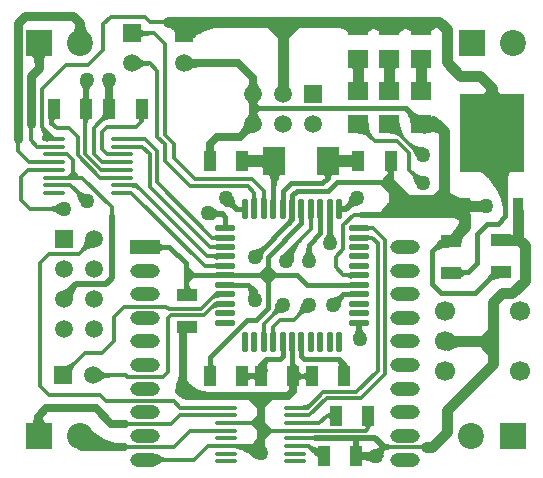
<source format=gtl>
%FSTAX23Y23*%
%MOIN*%
%SFA1B1*%

%IPPOS*%
%AMD26*
4,1,4,0.028100,-0.006900,-0.006900,0.028100,-0.028100,0.006900,0.006900,-0.028100,0.028100,-0.006900,0.0*
%
%AMD27*
4,1,4,0.006900,0.028100,-0.028100,-0.006900,-0.006900,-0.028100,0.028100,0.006900,0.006900,0.028100,0.0*
%
%AMD28*
4,1,4,0.020400,-0.009600,-0.009600,0.020400,-0.020400,0.009600,0.009600,-0.020400,0.020400,-0.009600,0.0*
%
%AMD29*
4,1,4,0.032700,-0.013200,-0.013200,0.032700,-0.032700,0.013200,0.013200,-0.032700,0.032700,-0.013200,0.0*
%
%AMD30*
4,1,4,0.010300,0.032700,-0.032700,-0.010300,-0.010300,-0.032700,0.032700,0.010300,0.010300,0.032700,0.0*
%
%AMD31*
4,1,4,0.010600,0.028300,-0.028300,-0.010600,-0.010600,-0.028300,0.028300,0.010600,0.010600,0.028300,0.0*
%
%AMD33*
4,1,4,0.032800,-0.014300,-0.010400,0.034300,-0.032800,0.014300,0.010400,-0.034300,0.032800,-0.014300,0.0*
%
%AMD34*
4,1,4,0.000000,0.035200,-0.035200,0.000000,0.000000,-0.035200,0.035200,0.000000,0.000000,0.035200,0.0*
%
%AMD35*
4,1,4,0.009600,0.019000,-0.019000,-0.009600,-0.009600,-0.019000,0.019000,0.009600,0.009600,0.019000,0.0*
%
%AMD36*
4,1,4,0.008000,0.019200,-0.017000,-0.012000,-0.008000,-0.019200,0.017000,0.012000,0.008000,0.019200,0.0*
%
%AMD37*
4,1,4,0.016100,-0.005900,-0.005900,0.016100,-0.016100,0.005900,0.005900,-0.016100,0.016100,-0.005900,0.0*
%
%AMD38*
4,1,4,0.007100,0.017700,-0.017700,-0.007100,-0.007100,-0.017700,0.017700,0.007100,0.007100,0.017700,0.0*
%
%AMD39*
4,1,4,0.017700,-0.007100,-0.007100,0.017700,-0.017700,0.007100,0.007100,-0.017700,0.017700,-0.007100,0.0*
%
%AMD40*
4,1,4,0.018000,0.005400,0.005400,0.018000,-0.018000,-0.005400,-0.005400,-0.018000,0.018000,0.005400,0.0*
%
%AMD41*
4,1,4,0.004300,0.014900,-0.014900,-0.004300,-0.004300,-0.014900,0.014900,0.004300,0.004300,0.014900,0.0*
%
%AMD42*
4,1,4,0.016100,-0.005400,-0.005400,0.016100,-0.016100,0.005400,0.005400,-0.016100,0.016100,-0.005400,0.0*
%
%AMD43*
4,1,4,0.009100,-0.001600,-0.001600,0.009100,-0.009100,0.001600,0.001600,-0.009100,0.009100,-0.001600,0.0*
%
%AMD44*
4,1,4,0.005700,0.012500,-0.013100,-0.004100,-0.005700,-0.012500,0.013100,0.004100,0.005700,0.012500,0.0*
%
%AMD45*
4,1,4,0.010200,-0.004000,-0.002700,0.010600,-0.010200,0.004000,0.002700,-0.010600,0.010200,-0.004000,0.0*
%
%AMD46*
4,1,4,0.004700,0.011800,-0.011800,-0.004700,-0.004700,-0.011800,0.011800,0.004700,0.004700,0.011800,0.0*
%
%AMD47*
4,1,4,0.011200,0.023800,-0.023800,-0.011200,-0.011200,-0.023800,0.023800,0.011200,0.011200,0.023800,0.0*
%
%AMD48*
4,1,4,0.045500,0.008300,-0.016500,0.043300,-0.045500,-0.008300,0.016500,-0.043300,0.045500,0.008300,0.0*
%
%AMD49*
4,1,4,0.052700,-0.022300,-0.022300,0.052700,-0.052700,0.022300,0.022300,-0.052700,0.052700,-0.022300,0.0*
%
%AMD50*
4,1,4,0.004000,0.024800,-0.023600,-0.008600,-0.004000,-0.024800,0.023600,0.008600,0.004000,0.024800,0.0*
%
%ADD10C,0.027560*%
%ADD11C,0.011810*%
%ADD12C,0.019690*%
%ADD13C,0.015750*%
%ADD14C,0.035430*%
%ADD15C,0.039370*%
%ADD16C,0.031500*%
%ADD17R,0.043310X0.066930*%
%ADD18R,0.074800X0.094490*%
%ADD19O,0.078740X0.013780*%
%ADD20R,0.066930X0.043310*%
%ADD21R,0.037400X0.086610*%
%ADD22R,0.216540X0.263780*%
%ADD23O,0.068900X0.021650*%
%ADD24O,0.021650X0.068900*%
%ADD25R,0.070870X0.062990*%
G04~CAMADD=26~9~0.0~0.0~495.0~300.0~0.0~0.0~0~0.0~0.0~0.0~0.0~0~0.0~0.0~0.0~0.0~0~0.0~0.0~0.0~315.0~562.0~561.0*
%ADD26D26*%
G04~CAMADD=27~9~0.0~0.0~495.0~300.0~0.0~0.0~0~0.0~0.0~0.0~0.0~0~0.0~0.0~0.0~0.0~0~0.0~0.0~0.0~45.0~562.0~561.0*
%ADD27D27*%
G04~CAMADD=28~9~0.0~0.0~424.0~152.3~0.0~0.0~0~0.0~0.0~0.0~0.0~0~0.0~0.0~0.0~0.0~0~0.0~0.0~0.0~315.0~408.0~407.0*
%ADD28D28*%
G04~CAMADD=29~9~0.0~0.0~650.0~277.1~0.0~0.0~0~0.0~0.0~0.0~0.0~0~0.0~0.0~0.0~0.0~0~0.0~0.0~0.0~315.0~654.0~653.0*
%ADD29D29*%
G04~CAMADD=30~9~0.0~0.0~608.7~318.2~0.0~0.0~0~0.0~0.0~0.0~0.0~0~0.0~0.0~0.0~0.0~0~0.0~0.0~0.0~45.0~654.0~653.0*
%ADD30D30*%
G04~CAMADD=31~9~0.0~0.0~550.0~250.0~0.0~0.0~0~0.0~0.0~0.0~0.0~0~0.0~0.0~0.0~0.0~0~0.0~0.0~0.0~45.0~566.0~565.0*
%ADD31D31*%
%ADD32R,0.005000X0.010000*%
G04~CAMADD=33~9~0.0~0.0~650.0~300.0~0.0~0.0~0~0.0~0.0~0.0~0.0~0~0.0~0.0~0.0~0.0~0~0.0~0.0~0.0~311.6~656.0~685.0*
%ADD33D33*%
G04~CAMADD=34~10~0.0~500.0~0.0~0.0~0.0~0.0~0~0.0~0.0~0.0~0.0~0~0.0~0.0~0.0~0.0~0~0.0~0.0~0.0~405.0~500.0~0.0*
%ADD34D34*%
G04~CAMADD=35~9~0.0~0.0~405.1~132.8~0.0~0.0~0~0.0~0.0~0.0~0.0~0~0.0~0.0~0.0~0.0~0~0.0~0.0~0.0~45.0~380.0~379.0*
%ADD35D35*%
G04~CAMADD=36~9~0.0~0.0~400.0~117.1~0.0~0.0~0~0.0~0.0~0.0~0.0~0~0.0~0.0~0.0~0.0~0~0.0~0.0~0.0~51.3~340.0~383.0*
%ADD36D36*%
G04~CAMADD=37~9~0.0~0.0~311.5~145.7~0.0~0.0~0~0.0~0.0~0.0~0.0~0~0.0~0.0~0.0~0.0~0~0.0~0.0~0.0~315.0~322.0~321.0*
%ADD37D37*%
G04~CAMADD=38~9~0.0~0.0~350.0~150.0~0.0~0.0~0~0.0~0.0~0.0~0.0~0~0.0~0.0~0.0~0.0~0~0.0~0.0~0.0~45.0~354.0~353.0*
%ADD38D38*%
G04~CAMADD=39~9~0.0~0.0~350.0~150.0~0.0~0.0~0~0.0~0.0~0.0~0.0~0~0.0~0.0~0.0~0.0~0~0.0~0.0~0.0~315.0~354.0~353.0*
%ADD39D39*%
G04~CAMADD=40~9~0.0~0.0~179.3~331.8~0.0~0.0~0~0.0~0.0~0.0~0.0~0~0.0~0.0~0.0~0.0~0~0.0~0.0~0.0~315.0~360.0~359.0*
%ADD40D40*%
G04~CAMADD=41~9~0.0~0.0~272.3~150.0~0.0~0.0~0~0.0~0.0~0.0~0.0~0~0.0~0.0~0.0~0.0~0~0.0~0.0~0.0~45.0~298.0~297.0*
%ADD41D41*%
G04~CAMADD=42~9~0.0~0.0~305.1~150.0~0.0~0.0~0~0.0~0.0~0.0~0.0~0~0.0~0.0~0.0~0.0~0~0.0~0.0~0.0~315.0~322.0~321.0*
%ADD42D42*%
G04~CAMADD=43~9~0.0~0.0~150.0~106.1~0.0~0.0~0~0.0~0.0~0.0~0.0~0~0.0~0.0~0.0~0.0~0~0.0~0.0~0.0~315.0~182.0~181.0*
%ADD43D43*%
G04~CAMADD=44~9~0.0~0.0~250.0~112.4~0.0~0.0~0~0.0~0.0~0.0~0.0~0~0.0~0.0~0.0~0.0~0~0.0~0.0~0.0~41.5~262.0~249.0*
%ADD44D44*%
G04~CAMADD=45~9~0.0~0.0~194.5~100.0~0.0~0.0~0~0.0~0.0~0.0~0.0~0~0.0~0.0~0.0~0.0~0~0.0~0.0~0.0~311.4~204.0~211.0*
%ADD45D45*%
G04~CAMADD=46~9~0.0~0.0~235.4~100.0~0.0~0.0~0~0.0~0.0~0.0~0.0~0~0.0~0.0~0.0~0.0~0~0.0~0.0~0.0~45.0~236.0~235.0*
%ADD46D46*%
G04~CAMADD=47~9~0.0~0.0~495.0~179.3~0.0~0.0~0~0.0~0.0~0.0~0.0~0~0.0~0.0~0.0~0.0~0~0.0~0.0~0.0~45.0~476.0~475.0*
%ADD47D47*%
G04~CAMADD=48~9~0.0~0.0~713.7~593.9~0.0~0.0~0~0.0~0.0~0.0~0.0~0~0.0~0.0~0.0~0.0~0~0.0~0.0~0.0~330.6~910.0~865.0*
%ADD48D48*%
G04~CAMADD=49~9~0.0~0.0~1061.2~431.4~0.0~0.0~0~0.0~0.0~0.0~0.0~0~0.0~0.0~0.0~0.0~0~0.0~0.0~0.0~315.0~1054.0~1053.0*
%ADD49D49*%
G04~CAMADD=50~9~0.0~0.0~435.2~254.8~0.0~0.0~0~0.0~0.0~0.0~0.0~0~0.0~0.0~0.0~0.0~0~0.0~0.0~0.0~50.4~472.0~495.0*
%ADD50D50*%
%ADD51R,0.195000X0.065000*%
%ADD52R,0.059060X0.059060*%
%ADD53C,0.059060*%
%ADD54O,0.098430X0.047240*%
%ADD55R,0.098430X0.047240*%
%ADD56R,0.059060X0.059060*%
%ADD57C,0.066930*%
%ADD58C,0.086610*%
%ADD59R,0.086610X0.086610*%
%ADD60C,0.050000*%
%LNpcb-1*%
%LPD*%
G54D10*
X00867Y00137D02*
D01*
X00868Y00139*
X00869Y0014*
X0087Y00142*
X00871Y00143*
X00872Y00145*
X00873Y00147*
X00873Y00149*
X00874Y0015*
X00874Y00152*
X00874Y00154*
X00874Y00156*
X00875Y00157*
D01*
X00875Y00155*
X00875Y00153*
X00875Y00151*
X00876Y00149*
X00876Y00147*
X00877Y00146*
X00878Y00144*
X00879Y00142*
X0088Y00141*
X00881Y00139*
X00882Y00138*
X00882Y00137*
X00371Y01343D02*
D01*
X00371Y01345*
X00371Y01348*
X00371Y0135*
X0037Y01352*
X00369Y01354*
X00368Y01357*
X00367Y01359*
X00366Y01361*
X00365Y01363*
X00364Y01364*
X00362Y01366*
X00362Y01367*
X00603Y00338D02*
D01*
X00606Y00335*
X0061Y00332*
X00613Y0033*
X00617Y00327*
X00621Y00325*
X00625Y00324*
X00629Y00322*
X00633Y00321*
X00638Y0032*
X00642Y0032*
X00646Y0032*
X00647Y0032*
X00622Y00357D02*
D01*
X00629Y00351*
X00636Y00346*
X00643Y0034*
X00651Y00336*
X00659Y00332*
X00668Y00328*
X00676Y00325*
X00685Y00323*
X00694Y00321*
X00703Y0032*
X00712Y0032*
X00714Y0032*
X00626Y00348D02*
D01*
X00625Y00345*
X00625Y00343*
X00625Y00341*
X00625Y00339*
X00626Y00336*
X00626Y00334*
X00627Y00332*
X00627Y0033*
X00628Y00328*
X00629Y00326*
X00631Y00324*
X00632Y00322*
X00633Y00321*
X00635Y0032*
X00607Y00357D02*
D01*
X00608Y00359*
X00609Y0036*
X0061Y00362*
X00611Y00363*
X00612Y00365*
X00613Y00367*
X00613Y00369*
X00614Y0037*
X00614Y00372*
X00614Y00374*
X00614Y00376*
X00615Y00377*
D01*
X00615Y00375*
X00615Y00373*
X00615Y00371*
X00616Y00369*
X00616Y00367*
X00617Y00366*
X00618Y00364*
X00619Y00362*
X0062Y00361*
X00621Y00359*
X00622Y00358*
X00622Y00357*
X01252Y00112D02*
D01*
X0125Y00113*
X01249Y00114*
X01247Y00115*
X01246Y00116*
X01244Y00117*
X01242Y00118*
X0124Y00118*
X01239Y00119*
X01237Y00119*
X01235Y00119*
X01233Y00119*
X01232Y0012*
D01*
X01234Y0012*
X01236Y0012*
X01238Y0012*
X0124Y00121*
X01242Y00121*
X01243Y00122*
X01245Y00123*
X01247Y00124*
X01248Y00125*
X0125Y00126*
X01251Y00127*
X01252Y00127*
X00623Y00544D02*
D01*
X00622Y00542*
X00621Y00541*
X00619Y00539*
X00618Y00537*
X00617Y00535*
X00616Y00534*
X00616Y00532*
X00615Y0053*
X00615Y00527*
X00615Y00525*
X00615Y00523*
X00615Y00523*
X00115Y00209D02*
D01*
X00118Y00212*
X0012Y00216*
X00123Y00219*
X00125Y00223*
X00128Y00226*
X00129Y0023*
X00131Y00234*
X00132Y00238*
X00133Y00242*
X00134Y00246*
X00134Y00251*
X00135Y00255*
D01*
X00135Y0025*
X00135Y00246*
X00136Y00242*
X00137Y00238*
X00138Y00234*
X0014Y0023*
X00142Y00226*
X00144Y00222*
X00146Y00219*
X00149Y00215*
X00152Y00212*
X00154Y00209*
X00253Y00171D02*
D01*
X00256Y00168*
X00259Y00165*
X00262Y00162*
X00266Y0016*
X00269Y00157*
X00273Y00155*
X00277Y00154*
X00281Y00152*
X00285Y00151*
X0029Y0015*
X00294Y0015*
X00298Y0015*
X003Y0015*
X00274Y00189D02*
D01*
X00279Y00183*
X00285Y00178*
X00291Y00173*
X00297Y00168*
X00304Y00164*
X00311Y0016*
X00318Y00157*
X00326Y00155*
X00333Y00153*
X00341Y00151*
X00349Y0015*
X00357Y0015*
X0036Y0015*
X00295Y00207D02*
D01*
X00302Y00198*
X00311Y00191*
X0032Y00183*
X00329Y00177*
X00339Y00171*
X00349Y00165*
X0036Y00161*
X0037Y00157*
X00381Y00154*
X00393Y00152*
X00404Y0015*
X00416Y0015*
X00419Y0015*
X00301Y00181D02*
D01*
X00301Y00179*
X003Y00177*
X003Y00174*
X003Y00172*
X00301Y00169*
X00301Y00167*
X00302Y00165*
X00302Y00162*
X00303Y0016*
X00304Y00158*
X00305Y00156*
X00307Y00154*
X00308Y00152*
X0031Y0015*
X0031Y0015*
D01*
X00309Y00151*
X00307Y00153*
X00305Y00154*
X00303Y00155*
X00301Y00156*
X00298Y00157*
X00296Y00158*
X00294Y00159*
X00291Y00159*
X00289Y00159*
X00287Y0016*
X00284Y0016*
X00282Y00159*
X00279Y00159*
X00279Y00159*
X00631Y01441D02*
D01*
X00633Y01439*
X00635Y01437*
X00637Y01436*
X00639Y01434*
X00641Y01433*
X00644Y01432*
X00646Y01431*
X00649Y0143*
X00652Y0143*
X00654Y0143*
X00657Y0143*
X00658Y0143*
D01*
X00655Y01429*
X00652Y01429*
X0065Y01429*
X00647Y01428*
X00645Y01427*
X00642Y01426*
X0064Y01425*
X00637Y01424*
X00635Y01422*
X00633Y01421*
X00631Y01419*
X00631Y01418*
X00838Y01339D02*
D01*
X0084Y01341*
X00842Y01343*
X00843Y01345*
X00845Y01347*
X00846Y0135*
X00847Y01352*
X00848Y01355*
X00849Y01357*
X00849Y0136*
X00849Y01362*
X00849Y01365*
X0085Y01366*
D01*
X0085Y01363*
X0085Y0136*
X0085Y01358*
X00851Y01355*
X00852Y01353*
X00853Y0135*
X00854Y01348*
X00855Y01346*
X00857Y01343*
X00858Y01341*
X0086Y01339*
X00861Y01339*
Y01317D02*
D01*
X00859Y01315*
X00857Y01313*
X00856Y0131*
X00854Y01308*
X00853Y01306*
X00852Y01303*
X00851Y01301*
X0085Y01298*
X0085Y01296*
X0085Y01293*
X0085Y0129*
X0085Y0129*
D01*
X00849Y01292*
X00849Y01295*
X00849Y01298*
X00848Y013*
X00847Y01303*
X00846Y01305*
X00845Y01307*
X00844Y0131*
X00842Y01312*
X00841Y01314*
X00839Y01316*
X00838Y01317*
Y01239D02*
D01*
X0084Y01241*
X00842Y01243*
X00843Y01245*
X00845Y01247*
X00846Y0125*
X00847Y01252*
X00848Y01255*
X00849Y01257*
X00849Y0126*
X00849Y01262*
X00849Y01265*
X0085Y01266*
D01*
X0085Y01263*
X0085Y0126*
X0085Y01258*
X00851Y01255*
X00852Y01253*
X00853Y0125*
X00854Y01248*
X00855Y01246*
X00857Y01243*
X00858Y01241*
X0086Y01239*
X00861Y01239*
X0085Y01212D02*
D01*
X00847Y01212*
X00844Y01212*
X00842Y01211*
X00839Y0121*
X00836Y0121*
X00834Y01209*
X00832Y01207*
X00829Y01206*
X00827Y01205*
X00825Y01203*
X00823Y01201*
X00823Y01201*
D01*
X00824Y01203*
X00826Y01205*
X00828Y01207*
X00829Y01209*
X0083Y01212*
X00831Y01214*
X00832Y01217*
X00833Y01219*
X00833Y01222*
X00834Y01224*
X00834Y01227*
X00834Y01228*
X00377Y00227D02*
X00423D01*
X00325Y0028D02*
X00377Y00227D01*
X0016Y0028D02*
X00325D01*
X00135Y00255D02*
X0016Y0028D01*
X00135Y00188D02*
Y00255D01*
X0031Y0015D02*
X0042D01*
X00272Y00188D02*
X0031Y0015D01*
X00615Y00535D02*
X0063Y0055D01*
X00615Y0034D02*
X00635Y0032D01*
X00983Y00338D02*
Y00388D01*
X00965Y0032D02*
X00983Y00338D01*
X00706Y01105D02*
Y01161D01*
X0073Y01185*
X00806*
X0085Y01228*
X0062Y0143D02*
X008D01*
X0085Y0138*
Y01328D02*
Y0138D01*
X01193Y0012D02*
X0126D01*
X0085Y01228D02*
Y0128D01*
Y01328*
X00615Y0034D02*
Y0035D01*
Y00535*
X00371Y01278D02*
Y01373D01*
X00635Y0032D02*
X00875D01*
X00965*
X00875Y0013D02*
Y0032D01*
G54D11*
X00886Y00141D02*
D01*
X00884Y00143*
X00881Y00145*
X00879Y00147*
X00876Y00149*
X00873Y0015*
X0087Y00151*
X00867Y00152*
X00864Y00153*
X00861Y00154*
X00858Y00154*
X00855Y00154*
X00854Y00154*
X00878Y00133D02*
D01*
X00874Y00136*
X0087Y00139*
X00866Y00142*
X00861Y00145*
X00857Y00147*
X00852Y00149*
X00847Y00151*
X00842Y00152*
X00837Y00153*
X00832Y00154*
X00827Y00154*
X00826Y00154*
X00869Y00124D02*
D01*
X00864Y00129*
X00859Y00134*
X00853Y00138*
X00847Y00141*
X0084Y00145*
X00834Y00147*
X00827Y0015*
X0082Y00152*
X00813Y00153*
X00806Y00154*
X00799Y00154*
X00797Y00154*
X00861Y00116D02*
D01*
X00854Y00122*
X00847Y00128*
X0084Y00133*
X00832Y00138*
X00824Y00142*
X00815Y00146*
X00807Y00149*
X00798Y00151*
X00789Y00153*
X0078Y00154*
X00771Y00154*
X00769Y00154*
X00275Y0097D02*
D01*
X00275Y00973*
X00275Y00976*
X00274Y00979*
X00274Y00982*
X00273Y00985*
X00271Y00988*
X0027Y00991*
X00268Y00994*
X00267Y00997*
X00265Y00999*
X00262Y01002*
X00262Y01002*
D01*
X00264Y01*
X00267Y00998*
X00269Y00996*
X00272Y00994*
X00275Y00993*
X00278Y00992*
X00281Y00991*
X00284Y0099*
X00287Y00989*
X0029Y00989*
X00294Y00989*
X00295Y00989*
X00969Y00804D02*
D01*
X00967Y00802*
X00965Y00799*
X00963Y00796*
X00961Y00793*
X0096Y0079*
X00958Y00787*
X00957Y00784*
X00956Y00781*
X00956Y00777*
X00955Y00774*
X00955Y0077*
X00955Y0077*
X0099Y00825D02*
D01*
X00986Y00821*
X00982Y00816*
X00979Y00812*
X00977Y00807*
X00974Y00802*
X00972Y00797*
X0097Y00792*
X00969Y00787*
X00968Y00782*
X00967Y00776*
X00967Y00771*
X00967Y0077*
X0101Y00845D02*
D01*
X01005Y00839*
X01Y00834*
X00996Y00827*
X00992Y00821*
X00989Y00814*
X00986Y00808*
X00983Y00801*
X00981Y00793*
X0098Y00786*
X00979Y00779*
X00979Y00771*
X00979Y0077*
X01035Y00605D02*
D01*
X01031Y00605*
X01028Y00605*
X01025Y00604*
X01022Y00604*
X01019Y00603*
X01016Y00601*
X01013Y006*
X0101Y00598*
X01007Y00597*
X01005Y00595*
X01002Y00592*
X01002Y00592*
D01*
X01004Y00594*
X01006Y00597*
X01008Y00599*
X0101Y00602*
X01011Y00605*
X01012Y00608*
X01013Y00611*
X01014Y00614*
X01015Y00617*
X01015Y0062*
X01015Y00624*
X01015Y00625*
X0095Y00605D02*
D01*
X00946Y00605*
X00943Y00605*
X0094Y00604*
X00937Y00604*
X00934Y00603*
X00931Y00601*
X00928Y006*
X00925Y00598*
X00922Y00597*
X0092Y00595*
X00917Y00592*
X00917Y00592*
D01*
X00919Y00594*
X00921Y00597*
X00923Y00599*
X00925Y00602*
X00926Y00605*
X00927Y00608*
X00928Y00611*
X00929Y00614*
X0093Y00617*
X0093Y0062*
X0093Y00624*
X0093Y00625*
X01395Y01125D02*
D01*
X01395Y01126*
X01395Y01128*
X01395Y0113*
X01394Y01132*
X01394Y01134*
X01393Y01136*
X01392Y01138*
X01391Y01139*
X0139Y01141*
X01389Y01142*
X01388Y01144*
X01387Y01144*
X01389Y01142D02*
D01*
X01391Y01141*
X01393Y01139*
X01395Y01138*
X01397Y01136*
X01399Y01135*
X01402Y01134*
X01404Y01133*
X01406Y01133*
X01409Y01132*
X01411Y01132*
X01414Y01132*
X01415Y01132*
X01369Y01162D02*
D01*
X01372Y01159*
X01376Y01157*
X01379Y01154*
X01383Y01152*
X01387Y0115*
X01391Y01148*
X01396Y01146*
X014Y01145*
X01404Y01144*
X01409Y01144*
X01413Y01144*
X01415Y01144*
X01395Y0103D02*
D01*
X01395Y01033*
X01395Y01036*
X01394Y01039*
X01394Y01042*
X01393Y01045*
X01391Y01048*
X0139Y01051*
X01388Y01054*
X01387Y01057*
X01385Y01059*
X01382Y01062*
X01382Y01062*
D01*
X01384Y0106*
X01387Y01058*
X01389Y01056*
X01392Y01054*
X01395Y01053*
X01398Y01052*
X01401Y01051*
X01404Y0105*
X01407Y01049*
X0141Y01049*
X01414Y01049*
X01415Y01049*
X00206Y00931D02*
D01*
X00204Y00933*
X00201Y00935*
X00199Y00937*
X00196Y00939*
X00193Y0094*
X0019Y00941*
X00187Y00942*
X00184Y00943*
X00181Y00944*
X00177Y00944*
X00174Y00944*
X00173Y00945*
D01*
X00177Y00945*
X0018Y00945*
X00183Y00946*
X00186Y00946*
X00189Y00947*
X00192Y00948*
X00195Y0095*
X00198Y00952*
X002Y00953*
X00203Y00955*
X00205Y00957*
X00206Y00958*
X01216Y01228D02*
D01*
X01216Y01225*
X01216Y01222*
X01217Y01219*
X01218Y01216*
X01219Y01213*
X0122Y0121*
X01221Y01207*
X01222Y01205*
X01224Y01202*
X01226Y012*
X01228Y01198*
X01228Y01197*
X01228Y01228D02*
D01*
X01228Y01223*
X01228Y01218*
X01229Y01213*
X01231Y01208*
X01232Y01203*
X01234Y01199*
X01236Y01194*
X01239Y0119*
X01241Y01186*
X01244Y01182*
X01248Y01178*
X01249Y01177*
X01239Y01187D02*
D01*
X01236Y01189*
X01234Y01191*
X01231Y01194*
X01228Y01195*
X01224Y01197*
X01221Y01198*
X01217Y012*
X01214Y01201*
X0121Y01201*
X01207Y01202*
X01203Y01202*
X01202Y01202*
X01322Y01228D02*
D01*
X01322Y01225*
X01322Y01222*
X01323Y01219*
X01323Y01216*
X01324Y01213*
X01325Y0121*
X01327Y01207*
X01328Y01205*
X0133Y01202*
X01332Y012*
X01334Y01198*
X01334Y01197*
X01333Y01228D02*
D01*
X01334Y01223*
X01334Y01218*
X01335Y01213*
X01336Y01208*
X01338Y01203*
X0134Y01199*
X01342Y01194*
X01344Y0119*
X01347Y01186*
X0135Y01182*
X01353Y01178*
X01354Y01177*
X01345Y01187D02*
D01*
X01342Y01189*
X01339Y01191*
X01336Y01194*
X01333Y01195*
X0133Y01197*
X01327Y01198*
X01323Y012*
X0132Y01201*
X01316Y01201*
X01312Y01202*
X01309Y01202*
X01308Y01202*
X01046Y00918D02*
D01*
X01045Y00917*
X01045Y00917*
X01044Y00916*
X01044Y00915*
X01044Y00915*
X01043Y00914*
X01043Y00913*
X01043Y00912*
X01043Y00911*
X01043Y00911*
X01042Y0091*
X01042Y0091*
D01*
X01042Y0091*
X01042Y00911*
X01042Y00912*
X01042Y00913*
X01042Y00914*
X01041Y00914*
X01041Y00915*
X01041Y00916*
X0104Y00917*
X0104Y00917*
X01039Y00918*
X01039Y00918*
X00882Y00972D02*
D01*
X00882Y00973*
X00883Y00973*
X00883Y00974*
X00884Y00975*
X00884Y00976*
X00884Y00976*
X00884Y00977*
X00885Y00978*
X00885Y00979*
X00885Y0098*
X00885Y0098*
X00885Y00981*
D01*
X00885Y0098*
X00885Y00979*
X00885Y00978*
X00885Y00977*
X00886Y00977*
X00886Y00976*
X00886Y00975*
X00887Y00974*
X00887Y00974*
X00888Y00973*
X00888Y00972*
X00888Y00972*
X0085D02*
D01*
X00851Y00973*
X00851Y00973*
X00852Y00974*
X00852Y00975*
X00852Y00976*
X00853Y00976*
X00853Y00977*
X00853Y00978*
X00853Y00979*
X00853Y0098*
X00854Y0098*
X00854Y00981*
D01*
X00854Y0098*
X00854Y00979*
X00854Y00978*
X00854Y00977*
X00854Y00977*
X00855Y00976*
X00855Y00975*
X00855Y00974*
X00856Y00974*
X00856Y00973*
X00857Y00972*
X00857Y00972*
X0073Y00845D02*
D01*
X00729Y00846*
X00729Y00846*
X00728Y00847*
X00727Y00847*
X00727Y00848*
X00726Y00848*
X00725Y00848*
X00724Y00848*
X00723Y00848*
X00723Y00849*
X00722Y00849*
X00722Y00849*
D01*
X00722Y00849*
X00723Y00849*
X00724Y00849*
X00725Y00849*
X00726Y00849*
X00726Y0085*
X00727Y0085*
X00728Y0085*
X00729Y00851*
X00729Y00851*
X0073Y00852*
X0073Y00852*
Y00814D02*
D01*
X00729Y00814*
X00729Y00815*
X00728Y00815*
X00727Y00816*
X00727Y00816*
X00726Y00816*
X00725Y00817*
X00724Y00817*
X00723Y00817*
X00723Y00817*
X00722Y00817*
X00722Y00817*
D01*
X00722Y00817*
X00723Y00817*
X00724Y00817*
X00725Y00818*
X00726Y00818*
X00726Y00818*
X00727Y00819*
X00728Y00819*
X00729Y00819*
X00729Y0082*
X0073Y0082*
X0073Y00821*
Y00782D02*
D01*
X00729Y00783*
X00729Y00783*
X00728Y00784*
X00727Y00784*
X00727Y00785*
X00726Y00785*
X00725Y00785*
X00724Y00785*
X00723Y00785*
X00723Y00786*
X00722Y00786*
X00722Y00786*
D01*
X00722Y00786*
X00723Y00786*
X00724Y00786*
X00725Y00786*
X00726Y00786*
X00726Y00787*
X00727Y00787*
X00728Y00787*
X00729Y00788*
X00729Y00788*
X0073Y00789*
X0073Y00789*
Y00751D02*
D01*
X00729Y00751*
X00729Y00752*
X00728Y00752*
X00727Y00753*
X00727Y00753*
X00726Y00753*
X00725Y00754*
X00724Y00754*
X00723Y00754*
X00723Y00754*
X00722Y00754*
X00722Y00754*
D01*
X00722Y00754*
X00723Y00754*
X00724Y00754*
X00725Y00755*
X00726Y00755*
X00726Y00755*
X00727Y00756*
X00728Y00756*
X00729Y00756*
X00729Y00757*
X0073Y00757*
X0073Y00758*
X00733Y00655D02*
D01*
X00731Y00655*
X00729Y00654*
X00727Y00654*
X00724Y00653*
X00722Y00653*
X0072Y00652*
X00718Y00651*
X00716Y0065*
X00714Y00648*
X00712Y00647*
X0071Y00645*
X0071Y00645*
X00733Y00623D02*
D01*
X00731Y00623*
X00728Y00623*
X00726Y00622*
X00723Y00622*
X00721Y00621*
X00719Y0062*
X00716Y00619*
X00714Y00618*
X00712Y00616*
X0071Y00615*
X00708Y00613*
X00707Y00612*
X00882Y00527D02*
D01*
X00882Y00528*
X00883Y00529*
X00883Y00529*
X00884Y0053*
X00884Y00531*
X00884Y00531*
X00884Y00532*
X00885Y00533*
X00885Y00534*
X00885Y00535*
X00885Y00536*
X00885Y00536*
D01*
X00885Y00535*
X00885Y00534*
X00885Y00533*
X00885Y00532*
X00886Y00532*
X00886Y00531*
X00886Y0053*
X00887Y00529*
X00887Y00529*
X00888Y00528*
X00888Y00527*
X00888Y00527*
X00913D02*
D01*
X00914Y00528*
X00914Y00529*
X00915Y00529*
X00915Y0053*
X00915Y00531*
X00916Y00531*
X00916Y00532*
X00916Y00533*
X00916Y00534*
X00916Y00535*
X00917Y00536*
X00917Y00536*
D01*
X00917Y00535*
X00917Y00534*
X00917Y00533*
X00917Y00532*
X00917Y00532*
X00918Y00531*
X00918Y0053*
X00918Y00529*
X00919Y00529*
X00919Y00528*
X0092Y00527*
X0092Y00527*
X01175Y00719D02*
D01*
X01174Y0072*
X01174Y0072*
X01173Y00721*
X01172Y00721*
X01171Y00722*
X01171Y00722*
X0117Y00722*
X01169Y00722*
X01168Y00723*
X01167Y00723*
X01167Y00723*
X01166Y00723*
D01*
X01167Y00723*
X01168Y00723*
X01169Y00723*
X0117Y00723*
X01171Y00723*
X01171Y00724*
X01172Y00724*
X01173Y00724*
X01173Y00725*
X01174Y00725*
X01175Y00726*
X01175Y00726*
X01229Y00852D02*
D01*
X0123Y00852*
X0123Y00851*
X01231Y00851*
X01232Y0085*
X01232Y0085*
X01233Y00849*
X01234Y00849*
X01235Y00849*
X01236Y00849*
X01236Y00849*
X01237Y00849*
X01237Y00849*
D01*
X01237Y00849*
X01236Y00849*
X01235Y00848*
X01234Y00848*
X01233Y00848*
X01233Y00848*
X01232Y00847*
X01231Y00847*
X0123Y00846*
X0123Y00846*
X01229Y00845*
X01229Y00845*
Y00884D02*
D01*
X0123Y00883*
X0123Y00883*
X01231Y00882*
X01232Y00882*
X01232Y00881*
X01233Y00881*
X01234Y00881*
X01235Y0088*
X01236Y0088*
X01236Y0088*
X01237Y0088*
X01237Y0088*
D01*
X01237Y0088*
X01236Y0088*
X01235Y0088*
X01234Y0088*
X01233Y00879*
X01233Y00879*
X01232Y00879*
X01231Y00878*
X0123Y00878*
X0123Y00877*
X01229Y00877*
X01229Y00877*
X00469Y01013D02*
D01*
X00467Y01015*
X00465Y01016*
X00464Y01018*
X00462Y01019*
X0046Y0102*
X00458Y01021*
X00456Y01021*
X00453Y01022*
X00451Y01022*
X00449Y01023*
X00447Y01023*
X00446Y01023*
X00163Y01173D02*
D01*
X00164Y01175*
X00164Y01177*
X00165Y01179*
X00165Y01181*
X00165Y01183*
X00165Y01185*
X00165Y01187*
X00165Y01189*
X00165Y01191*
X00164Y01193*
X00164Y01195*
X00163Y01197*
X00162Y01199*
X00161Y01201*
X0016Y01202*
X00158Y01204*
X00157Y01206*
X00157Y01206*
X00152Y01178D02*
D01*
X00153Y0118*
X00154Y01182*
X00154Y01185*
X00155Y01187*
X00155Y0119*
X00155Y01192*
X00155Y01195*
X00155Y01197*
X00154Y012*
X00154Y01202*
X00153Y01205*
X00152Y01207*
X00151Y01209*
X0015Y01212*
X00148Y01214*
X00147Y01216*
X00145Y01218*
X00145Y01218*
X00188Y01262D02*
D01*
X00187Y01262*
X00185Y01261*
X00184Y01261*
X00183Y0126*
X00183Y01259*
X00182Y01258*
X00181Y01258*
X0018Y01257*
X00179Y01256*
X00179Y01255*
X00178Y01254*
X00178Y01253*
X00177Y01252*
X00177Y0125*
X00177Y01249*
X00176Y01248*
X00176Y01247*
X00176Y01246*
X00192Y01251D02*
D01*
X0019Y0125*
X00189Y0125*
X00187Y01249*
X00186Y01248*
X00185Y01247*
X00183Y01246*
X00182Y01245*
X00181Y01244*
X0018Y01242*
X0018Y01241*
X00179Y0124*
X00178Y01238*
X00178Y01237*
X00177Y01235*
X00177Y01234*
X00177Y01232*
X00176Y0123*
X00176Y01229*
X00304Y01255D02*
D01*
X00301Y01252*
X00299Y0125*
X00297Y01247*
X00296Y01244*
X00294Y01241*
X00293Y01238*
X00292Y01234*
X00291Y01231*
X0029Y01228*
X0029Y01224*
X0029Y01221*
X0029Y0122*
Y01235D02*
D01*
X00289Y01237*
X00289Y01239*
X00289Y01241*
X00288Y01243*
X00288Y01245*
X00287Y01247*
X00286Y01248*
X00285Y0125*
X00284Y01251*
X00283Y01253*
X00282Y01254*
X00282Y01255*
X00487Y01253D02*
D01*
X00485Y01252*
X00484Y01251*
X00483Y0125*
X00482Y01249*
X00481Y01248*
X00481Y01247*
X0048Y01245*
X00479Y01244*
X00479Y01243*
X00478Y01241*
X00478Y0124*
X00478Y01238*
X00478Y01237*
X00478Y01236*
D01*
X00478Y01237*
X00477Y01239*
X00477Y0124*
X00477Y01242*
X00476Y01243*
X00476Y01244*
X00475Y01246*
X00474Y01247*
X00474Y01248*
X00473Y01249*
X00472Y0125*
X00471Y01251*
X0047Y01252*
X00469Y01253*
X00371Y0125D02*
D01*
X00369Y0125*
X00366Y0125*
X00363Y01249*
X00361Y01249*
X00358Y01248*
X00355Y01247*
X00353Y01245*
X00351Y01244*
X00348Y01243*
X00346Y01241*
X00344Y01239*
X00344Y01239*
X00345Y0124D02*
D01*
X00347Y01242*
X00348Y01244*
X0035Y01246*
X00351Y01248*
X00352Y0125*
X00353Y01253*
X00354Y01255*
X00355Y01258*
X00355Y0126*
X00355Y01263*
X00356Y01265*
X00356Y01266*
X01021Y00283D02*
D01*
X01023Y00283*
X01025Y00283*
X01027Y00284*
X01029Y00284*
X01031Y00285*
X01033Y00286*
X01035Y00287*
X01037Y00288*
X01038Y00289*
X0104Y0029*
X01041Y00291*
X01042Y00292*
X01059Y0013D02*
D01*
X01061Y00129*
X01062Y00127*
X01064Y00126*
X01065Y00125*
X01067Y00124*
X01069Y00124*
X01071Y00123*
X01072Y00123*
X01074Y00122*
X01076Y00122*
X01078Y00122*
X0108Y00122*
X01082Y00122*
X01084Y00122*
X01086Y00123*
X01087Y00123*
X01089Y00124*
X0109Y00124*
X01047Y00142D02*
D01*
X01049Y0014*
X01051Y00139*
X01052Y00138*
X01055Y00136*
X01057Y00135*
X01059Y00134*
X01061Y00134*
X01063Y00133*
X01066Y00132*
X01068Y00132*
X0107Y00132*
X01073Y00132*
X01075Y00132*
X01078Y00133*
X0108Y00133*
X01082Y00134*
X01084Y00135*
X01085Y00135*
X01035Y00154D02*
D01*
X01037Y00152*
X01039Y00151*
X01041Y00149*
X01044Y00147*
X01046Y00146*
X01049Y00145*
X01052Y00144*
X01054Y00143*
X01057Y00143*
X0106Y00142*
X01063Y00142*
X01066Y00142*
X01069Y00143*
X01071Y00143*
X01074Y00144*
X01077Y00145*
X0108Y00146*
X0108Y00146*
X01073Y00122D02*
D01*
X01073Y00123*
X01072Y00124*
X01071Y00125*
X0107Y00126*
X01069Y00126*
X01068Y00127*
X01067Y00128*
X01066Y00128*
X01065Y00129*
X01064Y00129*
X01063Y00129*
X01062Y00129*
X0106Y00129*
X0106Y0013*
D01*
X0106Y0013*
X01061Y0013*
X01062Y0013*
X01063Y0013*
X01064Y0013*
X01065Y00131*
X01066Y00131*
X01067Y00132*
X01067Y00132*
X01068Y00133*
X01069Y00133*
X0107Y00134*
X0107Y00135*
X01071Y00135*
X01071Y00136*
X01072Y00137*
X01072Y00138*
X01114Y00245D02*
D01*
X01113Y00246*
X01112Y00247*
X0111Y00249*
X01109Y0025*
X01108Y00251*
X01106Y00252*
X01105Y00252*
X01103Y00253*
X01101Y00253*
X011Y00254*
X01098Y00254*
X01096Y00254*
X01095Y00254*
X01095Y00255*
D01*
X01096Y00255*
X01098Y00255*
X011Y00255*
X01101Y00255*
X01103Y00256*
X01104Y00257*
X01106Y00257*
X01107Y00258*
X01109Y00259*
X0111Y0026*
X01111Y00261*
X01113Y00263*
X01114Y00264*
X01114Y00264*
X01242Y0023D02*
D01*
X0124Y00229*
X01239Y00228*
X01238Y00227*
X01237Y00226*
X01236Y00225*
X01236Y00223*
X01235Y00222*
X01234Y00221*
X01234Y0022*
X01233Y00218*
X01233Y00217*
X01233Y00215*
X01233Y00214*
X01233Y00213*
D01*
X01233Y00214*
X01232Y00216*
X01232Y00217*
X01232Y00218*
X01231Y0022*
X01231Y00221*
X0123Y00222*
X01229Y00224*
X01229Y00225*
X01228Y00226*
X01227Y00227*
X01226Y00228*
X01225Y00229*
X01224Y0023*
X0032Y00821D02*
D01*
X00316Y00821*
X00312Y0082*
X00308Y0082*
X00304Y00819*
X003Y00817*
X00296Y00816*
X00293Y00814*
X00289Y00812*
X00286Y0081*
X00283Y00808*
X0028Y00805*
X00279Y00804*
D01*
X00282Y00807*
X00284Y0081*
X00287Y00813*
X00289Y00817*
X00291Y0082*
X00292Y00824*
X00293Y00828*
X00294Y00832*
X00295Y00836*
X00296Y0084*
X00296Y00844*
X00296Y00845*
X00331Y00406D02*
D01*
X00334Y00403*
X00337Y00401*
X0034Y00399*
X00344Y00397*
X00347Y00395*
X00351Y00393*
X00355Y00392*
X00359Y00391*
X00363Y0039*
X00367Y0039*
X00371Y0039*
X00372Y0039*
D01*
X00368Y00389*
X00364Y00389*
X0036Y00388*
X00356Y00387*
X00352Y00386*
X00348Y00385*
X00345Y00383*
X00341Y00381*
X00338Y00379*
X00335Y00376*
X00332Y00373*
X00331Y00373*
X00215Y00413D02*
D01*
X00218Y00413*
X00222Y00414*
X00226Y00414*
X0023Y00415*
X00234Y00417*
X00238Y00418*
X00241Y0042*
X00245Y00422*
X00248Y00424*
X00251Y00426*
X00254Y00429*
X00255Y0043*
D01*
X00252Y00427*
X0025Y00424*
X00247Y00421*
X00245Y00417*
X00243Y00414*
X00242Y0041*
X00241Y00406*
X0024Y00402*
X00239Y00398*
X00238Y00394*
X00238Y0039*
X00238Y0039*
X00528Y00122D02*
D01*
X0053Y00119*
X00532Y00118*
X00535Y00116*
X00537Y00114*
X0054Y00113*
X00543Y00112*
X00545Y00111*
X00548Y0011*
X00551Y0011*
X00554Y00109*
X00557Y00109*
X00558*
D01*
X00555Y00109*
X00552Y00109*
X00549Y00108*
X00546Y00107*
X00543Y00106*
X0054Y00105*
X00538Y00104*
X00535Y00102*
X00533Y00101*
X0053Y00099*
X00528Y00097*
X00528Y00096*
X00461Y01446D02*
D01*
X00464Y01443*
X00467Y01441*
X0047Y01439*
X00474Y01437*
X00477Y01435*
X00481Y01433*
X00485Y01432*
X00489Y01431*
X00493Y0143*
X00497Y0143*
X00501Y0143*
X00502Y0143*
D01*
X00498Y01429*
X00494Y01429*
X0049Y01428*
X00486Y01427*
X00482Y01426*
X00478Y01425*
X00475Y01423*
X00471Y01421*
X00468Y01419*
X00465Y01416*
X00462Y01413*
X00461Y01413*
Y01546D02*
D01*
X00464Y01543*
X00467Y01541*
X0047Y01539*
X00474Y01537*
X00477Y01535*
X00481Y01533*
X00485Y01532*
X00489Y01531*
X00493Y0153*
X00497Y0153*
X00501Y0153*
X00502Y0153*
D01*
X00498Y01529*
X00494Y01529*
X0049Y01528*
X00486Y01527*
X00482Y01526*
X00478Y01525*
X00475Y01523*
X00471Y01521*
X00468Y01519*
X00465Y01516*
X00462Y01513*
X00461Y01513*
X0014Y00765D02*
X0017Y00795D01*
X0014Y00355D02*
Y00765D01*
Y00355D02*
X0017Y00325D01*
X00075Y0105D02*
X001Y01075D01*
X00075Y00975D02*
Y0105D01*
Y00975D02*
X00105Y00945D01*
X0022*
X001Y01075D02*
X00185D01*
X00371Y01266D02*
Y01278D01*
X0032Y01215D02*
X00371Y01266D01*
X0032Y01128D02*
Y01215D01*
X00363Y01218D02*
X0046D01*
X00345Y012D02*
X00363Y01218D01*
X00345Y01145D02*
Y012D01*
X00363Y01126D02*
X00414D01*
X00345Y01145D02*
X00363Y01126D01*
X00555Y0119D02*
Y01495D01*
X0052Y0153D02*
X00555Y01495D01*
X00445Y0153D02*
X0052D01*
X00505Y0143D02*
X0053Y01405D01*
Y01185D02*
Y01405D01*
Y01185D02*
X00555Y0116D01*
Y0119D02*
X00585Y0116D01*
X00832Y0102D02*
X00854Y00998D01*
X0064Y0102D02*
X00832D01*
X00555Y01105D02*
X0064Y0102D01*
X00555Y01105D02*
Y0116D01*
X00655Y01045D02*
X00845D01*
X00585Y01115D02*
X00655Y01045D01*
X00585Y01115D02*
Y0116D01*
X0115Y0089D02*
X01185Y00925D01*
X0121*
X00176Y01231D02*
Y01278D01*
X0046Y01218D02*
X00478Y01236D01*
Y01278*
X0032Y01128D02*
X00347Y011D01*
X00414*
X00176Y01231D02*
X00195Y01213D01*
X00131Y01152D02*
X00185D01*
X00065Y01138D02*
Y01178D01*
Y01138D02*
X00102Y011D01*
X00185*
X00414Y01177D02*
X0049D01*
X00414Y01152D02*
X00481D01*
X00414Y01024D02*
X00458D01*
X00714Y00849D02*
X00757D01*
X00705Y00817D02*
X00757D01*
X00458Y01024D02*
X00697Y00786D01*
X00757*
X00414Y00998D02*
X00444D01*
X00688Y00754*
X00757*
X00342Y01075D02*
X00414D01*
X00338Y01049D02*
X00414D01*
X00185Y01126D02*
X00231D01*
X0025Y01108*
X0011Y01173D02*
X00131Y01152D01*
X0011Y01173D02*
Y01228D01*
X0029Y01128D02*
X00342Y01075D01*
X0029Y01128D02*
Y01271D01*
X00265Y01123D02*
X00338Y01049D01*
X00195Y01213D02*
X00235D01*
X00265Y01183*
Y01123D02*
Y01183D01*
X00145Y01218D02*
Y01343D01*
Y01218D02*
X00185Y01177D01*
X00699Y00154D02*
X0076D01*
X00654Y00109D02*
X00699Y00154D01*
X0049Y00109D02*
X00654D01*
X00423Y00227D02*
X00577D01*
X00607Y00257*
X0076*
X0064Y00205D02*
X0076D01*
X00585Y0015D02*
X0064Y00205D01*
X0042Y0015D02*
X00585D01*
X0076Y00231D02*
X00875D01*
Y00205D02*
X00989D01*
X0076Y00154D02*
X00875D01*
X00989Y00282D02*
X01032D01*
X01084Y00334*
X01194*
X01265Y00405*
X0121Y00315D02*
X0129Y00395D01*
X01233Y00213D02*
Y00255D01*
X01095D02*
X01126D01*
X01071Y00231D02*
X01095Y00255D01*
X00989Y00231D02*
X01071D01*
X00989Y00205D02*
X01225D01*
X01233Y00213*
X00989Y0018D02*
X01054D01*
X01055Y0018*
X013Y0015D02*
X01425D01*
X01202Y00849D02*
X01245D01*
X01265Y0083*
Y00405D02*
Y0083D01*
X01202Y0088D02*
X01249D01*
X0129Y0084*
Y00395D02*
Y0084D01*
X00565Y0058D02*
X00575Y0059D01*
X0056Y00619D02*
X0057Y0061D01*
X00607Y00282D02*
X0076D01*
X00585Y00305D02*
X00607Y00282D01*
X0036Y00305D02*
X00585D01*
X00575Y0059D02*
X00685D01*
X00723Y00628*
X00757*
X0057Y0061D02*
X00675D01*
X00725Y0066*
X00757*
X00854Y00945D02*
Y00998D01*
X00885Y00945D02*
Y01004D01*
X00845Y01045D02*
X00885Y01004D01*
X00445Y0143D02*
X00505D01*
Y01018D02*
X00705Y00817D01*
X00505Y01018D02*
Y01128D01*
X00481Y01152D02*
X00505Y01128D01*
X0053Y01033D02*
X00714Y00849D01*
X0053Y01033D02*
Y01138D01*
X0049Y01177D02*
X0053Y01138D01*
X01304Y01228D02*
X01407Y01125D01*
X01415*
X01198Y01228D02*
X01256Y0117D01*
X0133*
X0137Y0113*
Y01075D02*
Y0113D01*
Y01075D02*
X01415Y0103D01*
X00885Y005D02*
Y0056D01*
X0095Y00625*
X00917Y005D02*
Y00552D01*
X0094Y00575*
X00985*
X01035Y00625*
X00145Y01343D02*
X00226Y01425D01*
X003*
X0035Y01475*
X00283Y01278D02*
X0029Y01271D01*
X00989Y00154D02*
X01035D01*
X0106Y0013*
X01085*
X01042Y00877D02*
Y00945D01*
X0096Y00795D02*
X01042Y00877D01*
X0096Y0077D02*
Y00795D01*
X0025Y01049D02*
Y01108D01*
X0038Y0092D02*
Y0095D01*
X00185Y01049D02*
X0028D01*
X0038Y0095*
X0024Y01024D02*
X00295Y0097D01*
X00185Y01024D02*
X0024D01*
X0115Y0081D02*
Y0089D01*
X01125Y00785D02*
X0115Y0081D01*
X01125Y0075D02*
Y00785D01*
Y0075D02*
X01151Y00723D01*
X01202*
X00989Y00257D02*
X01037D01*
X01095Y00315*
X0121*
X0017Y00325D02*
X0034D01*
X0036Y00305*
X00315Y0039D02*
X00425D01*
X0043Y00385*
X0055*
X00565Y004*
Y0058*
X00419Y00619D02*
X0056D01*
X00345Y00465D02*
X00385Y00505D01*
Y00585*
X00419Y00619*
X00215Y0039D02*
X0029Y00465D01*
X00345*
X0017Y00795D02*
X0027D01*
X0032Y00845*
X0049Y01585D02*
X00506Y01568D01*
X00565*
X0035Y01475D02*
Y0156D01*
X00375Y01585*
X0049*
G54D12*
X01195Y00964D02*
D01*
X01192Y00964*
X01189Y00964*
X01187Y00964*
X01184Y00963*
X01182Y00962*
X0118Y00961*
X01177Y0096*
X01175Y00959*
X01173Y00957*
X01171Y00956*
X01169Y00954*
X01169Y00954*
D01*
X0117Y00955*
X01172Y00957*
X01173Y0096*
X01175Y00962*
X01176Y00964*
X01177Y00966*
X01178Y00969*
X01178Y00971*
X01179Y00974*
X01179Y00976*
X01179Y00979*
X01179Y0098*
X0126Y00135D02*
D01*
X01261Y00135*
X01263Y00135*
X01265Y00135*
X01266Y00136*
X01268Y00136*
X01269Y00137*
X01271Y00138*
X01272Y00138*
X01274Y00139*
X01275Y0014*
X01277Y00142*
X01277Y00142*
X01285Y0015D02*
D01*
X01283Y00148*
X01281Y00146*
X0128Y00144*
X01279Y00142*
X01278Y0014*
X01277Y00137*
X01276Y00135*
X01275Y00133*
X01275Y0013*
X01274Y00128*
X01274Y00126*
X01274Y00123*
X01275Y00121*
X00305Y01364D02*
D01*
X00303Y01362*
X00301Y01359*
X003Y01357*
X00298Y01354*
X00297Y01352*
X00296Y01349*
X00295Y01346*
X00294Y01343*
X00293Y0134*
X00293Y01337*
X00293Y01334*
X00293Y01333*
Y01342D02*
D01*
X00293Y01344*
X00292Y01347*
X00292Y01349*
X00291Y01351*
X00291Y01353*
X0029Y01355*
X00289Y01357*
X00288Y01358*
X00287Y0136*
X00286Y01362*
X00284Y01363*
X00284Y01364*
X01095Y0084D02*
D01*
X01097Y00842*
X01098Y00844*
X011Y00846*
X01101Y00848*
X01102Y00851*
X01103Y00853*
X01104Y00855*
X01105Y00858*
X01105Y0086*
X01105Y00863*
X01105Y00865*
X01105Y00866*
D01*
X01106Y00864*
X01106Y00861*
X01106Y00858*
X01107Y00856*
X01108Y00854*
X01109Y00851*
X0111Y00849*
X01111Y00847*
X01112Y00845*
X01114Y00843*
X01116Y00841*
X01116Y0084*
X01194Y0052D02*
D01*
X01195Y00522*
X01196Y00523*
X01197Y00525*
X01198Y00526*
X01199Y00528*
X012Y0053*
X01201Y00532*
X01201Y00534*
X01202Y00536*
X01202Y00537*
X01202Y00539*
X01202Y0054*
Y00552D02*
D01*
X01202Y00549*
X01202Y00546*
X01203Y00543*
X01204Y0054*
X01205Y00537*
X01206Y00534*
X01207Y00531*
X01209Y00528*
X01211Y00526*
X01213Y00523*
X01215Y00521*
X01215Y0052*
X00284Y01298D02*
D01*
X00286Y01299*
X00287Y01301*
X00288Y01302*
X00289Y01304*
X0029Y01306*
X00291Y01308*
X00291Y0131*
X00292Y01312*
X00292Y01314*
X00293Y01315*
X00293Y01317*
X00293Y01318*
D01*
X00293Y01316*
X00293Y01314*
X00293Y01312*
X00294Y0131*
X00294Y01308*
X00295Y01306*
X00296Y01305*
X00297Y01303*
X00298Y01301*
X00299Y013*
X00301Y01298*
X00301Y01298*
X01548Y00909D02*
D01*
X01546Y00911*
X01543Y00914*
X0154Y00916*
X01536Y00918*
X01533Y00919*
X01529Y00921*
X01526Y00922*
X01522Y00923*
X01518Y00924*
X01515Y00924*
X01511Y00924*
X0151Y00925*
X00868Y00379D02*
D01*
X00867Y0038*
X00866Y00381*
X00864Y00382*
X00863Y00383*
X00862Y00384*
X0086Y00384*
X00859Y00385*
X00857Y00385*
X00856Y00385*
X00854Y00386*
X00853Y00386*
X00852Y00386*
X00843D02*
D01*
X00846Y00386*
X00848Y00386*
X00851Y00387*
X00853Y00387*
X00855Y00388*
X00857Y00389*
X0086Y0039*
X00862Y00391*
X00864Y00392*
X00866Y00394*
X00868Y00396*
X00868Y00396*
X00821Y00394D02*
D01*
X00822Y00393*
X00824Y00391*
X00826Y0039*
X00827Y00389*
X00829Y00388*
X00831Y00388*
X00833Y00387*
X00835Y00386*
X00837Y00386*
X00839Y00386*
X00841Y00386*
X00841Y00386*
D01*
X00839Y00386*
X00837Y00385*
X00835Y00385*
X00833Y00385*
X00831Y00384*
X0083Y00383*
X00828Y00382*
X00826Y00381*
X00824Y0038*
X00823Y00379*
X00821Y00378*
X00821Y00377*
X01184Y0014D02*
D01*
X01186Y00141*
X01187Y00143*
X01188Y00144*
X01189Y00146*
X0119Y00148*
X01191Y0015*
X01191Y00151*
X01192Y00153*
X01192Y00155*
X01193Y00157*
X01193Y00159*
X01193Y0016*
D01*
X01193Y00158*
X01193Y00156*
X01193Y00154*
X01194Y00152*
X01194Y0015*
X01195Y00148*
X01196Y00146*
X01197Y00145*
X01198Y00143*
X01199Y00142*
X01201Y0014*
X01201Y0014*
X0022Y00664D02*
D01*
X00221Y00664*
X00223Y00664*
X00224Y00665*
X00226Y00665*
X00227Y00666*
X00229Y00666*
X0023Y00667*
X00232Y00668*
X00233Y00669*
X00235Y0067*
X00236Y00671*
X00236Y00671*
X0026Y00695D02*
D01*
X00256Y00691*
X00253Y00687*
X0025Y00683*
X00248Y00679*
X00246Y00675*
X00244Y0067*
X00242Y00666*
X00241Y00661*
X0024Y00656*
X00239Y00651*
X00239Y00647*
X00239Y00645*
X0121Y00925D02*
X01555D01*
X00813Y00386D02*
X00874D01*
X01255Y0018D02*
X01285Y0015D01*
X013*
X01202Y00512D02*
Y00565D01*
Y00512D02*
X01205Y0051D01*
X01105Y0083D02*
Y00945D01*
X01137D02*
X01138Y00945D01*
X00293Y01278D02*
Y01375D01*
X01055Y0018D02*
X01195D01*
X01255*
X01193Y0012D02*
Y00178D01*
X01195Y0018*
X0126Y00125D02*
X01285Y0015D01*
X0126Y0012D02*
Y00125D01*
X0022Y00645D02*
Y00655D01*
X0026Y00695*
X0036*
X0038Y00715*
Y0092*
X01137Y00945D02*
X0116D01*
X01195Y0098*
G54D13*
X01115Y00642D02*
D01*
X01117Y00642*
X0112Y00642*
X01123Y00643*
X01126Y00643*
X01129Y00644*
X01131Y00645*
X01134Y00646*
X01136Y00648*
X01139Y0065*
X01141Y00651*
X01143Y00653*
X01144Y00654*
D01*
X01142Y00652*
X0114Y00649*
X01138Y00647*
X01137Y00645*
X01136Y00642*
X01134Y00639*
X01133Y00637*
X01133Y00634*
X01132Y00631*
X01132Y00628*
X01132Y00625*
X01132Y00625*
X00855Y00802D02*
D01*
X00857Y00802*
X0086Y00802*
X00863Y00803*
X00866Y00803*
X00869Y00804*
X00871Y00805*
X00874Y00806*
X00876Y00808*
X00879Y0081*
X00881Y00811*
X00883Y00813*
X00884Y00814*
D01*
X00882Y00812*
X0088Y00809*
X00878Y00807*
X00877Y00805*
X00876Y00802*
X00874Y00799*
X00873Y00797*
X00873Y00794*
X00872Y00791*
X00872Y00788*
X00872Y00785*
X00872Y00785*
X01022Y00782D02*
D01*
X01024Y00784*
X01026Y00786*
X01028Y00788*
X01029Y00791*
X01031Y00793*
X01032Y00796*
X01033Y00799*
X01033Y00802*
X01034Y00804*
X01034Y00807*
X01034Y0081*
X01035Y00811*
D01*
X01035Y00808*
X01035Y00805*
X01035Y00802*
X01036Y00799*
X01037Y00797*
X01038Y00794*
X01039Y00791*
X01041Y00789*
X01042Y00787*
X01044Y00784*
X01046Y00782*
X01047Y00782*
X00846Y00654D02*
D01*
X00847Y00655*
X00848Y00656*
X00849Y00656*
X0085Y00657*
X0085Y00658*
X00851Y00659*
X00852Y0066*
X00853Y00661*
X00853Y00662*
X00853Y00664*
X00854Y00665*
X00854Y00666*
X00854Y00667*
X00854Y00668*
X00855Y0067*
D01*
X00855Y00668*
X00855Y00667*
X00855Y00666*
X00855Y00665*
X00856Y00663*
X00856Y00662*
X00857Y00661*
X00857Y0066*
X00858Y00659*
X00859Y00658*
X00859Y00657*
X0086Y00656*
X00861Y00656*
X00862Y00655*
X00863Y00654*
X00853Y0064D02*
D01*
X00854Y00642*
X00855Y00644*
X00856Y00646*
X00856Y00648*
X00857Y0065*
X00857Y00652*
X00857Y00654*
X00857Y00657*
X00857Y00659*
X00856Y00661*
X00856Y00663*
X00855Y00665*
X00854Y00667*
X00853Y00669*
X00852Y00671*
X00851Y00672*
X0085Y00674*
X00848Y00676*
X00848Y00676*
X00839Y00648D02*
D01*
X00841Y0065*
X00841Y00652*
X00842Y00655*
X00843Y00657*
X00843Y0066*
X00844Y00662*
X00844Y00665*
X00844Y00668*
X00843Y0067*
X00843Y00673*
X00842Y00675*
X00841Y00678*
X0084Y0068*
X00839Y00682*
X00838Y00685*
X00837Y00687*
X00835Y00689*
X00833Y00691*
X00833Y00691*
X00712Y00942D02*
D01*
X00714Y0094*
X00716Y00938*
X00718Y00936*
X00721Y00935*
X00723Y00933*
X00726Y00932*
X00729Y00931*
X00732Y00931*
X00734Y0093*
X00737Y0093*
X0074Y0093*
X00741Y0093*
D01*
X00738Y00929*
X00735Y00929*
X00732Y00929*
X00729Y00928*
X00727Y00927*
X00724Y00926*
X00721Y00925*
X00719Y00923*
X00717Y00922*
X00714Y0092*
X00712Y00918*
X00712Y00917*
X00777Y0098D02*
D01*
X00777Y00977*
X00777Y00974*
X00778Y00971*
X00778Y00968*
X00779Y00965*
X0078Y00963*
X00781Y0096*
X00783Y00958*
X00785Y00955*
X00786Y00953*
X00788Y00951*
X00789Y0095*
D01*
X00787Y00952*
X00784Y00954*
X00782Y00956*
X0078Y00957*
X00777Y00958*
X00774Y0096*
X00772Y00961*
X00769Y00961*
X00766Y00962*
X00763Y00962*
X0076Y00962*
X0076Y00962*
X0062Y00666D02*
D01*
X00621Y00667*
X00622Y00668*
X00623Y00669*
X00624Y00671*
X00624Y00672*
X00625Y00673*
X00625Y00675*
X00626Y00676*
X00626Y00678*
X00626Y00679*
X00626Y00681*
Y00681*
Y00697D02*
D01*
X00626Y00694*
X00627Y00691*
X00627Y00688*
X00628Y00685*
X00629Y00682*
X0063Y00679*
X00632Y00676*
X00633Y00673*
X00635Y00671*
X00637Y00668*
X00639Y00666*
X00639Y00666*
X01382Y01228D02*
D01*
X01382Y01232*
X01381Y01237*
X0138Y01241*
X01379Y01246*
X01378Y0125*
X01376Y01255*
X01374Y01259*
X01372Y01263*
X01369Y01267*
X01366Y0127*
X01363Y01274*
X01362Y01275*
X01372Y01265D02*
D01*
X01374Y01263*
X01377Y01261*
X0138Y01259*
X01383Y01257*
X01385Y01256*
X01389Y01254*
X01392Y01253*
X01395Y01252*
X01398Y01252*
X01401Y01251*
X01405Y01251*
X01406Y01251*
X00966Y00896D02*
D01*
X00968Y00898*
X00969Y009*
X00971Y00902*
X00972Y00904*
X00973Y00906*
X00974Y00909*
X00975Y00911*
X00976Y00913*
X00976Y00916*
X00976Y00918*
X00977Y00921*
X00977Y00921*
X01715Y01103D02*
D01*
X01711Y01098*
X01707Y01093*
X01704Y01088*
X01701Y01083*
X01698Y01077*
X01695Y01072*
X01693Y01066*
X01692Y0106*
X01691Y01054*
X0169Y01048*
X0169Y01041*
X0169Y0104*
Y0106D02*
D01*
X01689Y01067*
X01688Y01075*
X01687Y01082*
X01685Y0109*
X01683Y01097*
X0168Y01104*
X01677Y01111*
X01673Y01118*
X01669Y01124*
X01664Y0113*
X01659Y01135*
X01653Y01141*
X01648Y01146*
X01642Y0115*
X01635Y01154*
X01634Y01155*
X0169Y01033D02*
D01*
X01689Y01042*
X01688Y0105*
X01687Y01059*
X01685Y01067*
X01682Y01075*
X01679Y01083*
X01675Y01091*
X01671Y01099*
X01666Y01106*
X01661Y01113*
X01655Y01119*
X01648Y01125*
X01642Y01131*
X01635Y01136*
X01628Y0114*
X01626Y01141*
X0169Y01006D02*
D01*
X01689Y01016*
X01688Y01025*
X01686Y01035*
X01684Y01044*
X01681Y01054*
X01677Y01063*
X01673Y01071*
X01668Y0108*
X01663Y01088*
X01657Y01095*
X0165Y01103*
X01644Y01109*
X01636Y01116*
X01628Y01121*
X0162Y01126*
X01619Y01127*
X0169Y00979D02*
D01*
X01689Y0099*
X01688Y01001*
X01686Y01011*
X01684Y01022*
X0168Y01032*
X01676Y01042*
X01671Y01052*
X01666Y01061*
X0166Y0107*
X01653Y01078*
X01646Y01086*
X01639Y01094*
X0163Y01101*
X01622Y01107*
X01612Y01113*
X01611Y01114*
X0169Y00952D02*
D01*
X01689Y00964*
X01688Y00976*
X01686Y00987*
X01683Y00999*
X01679Y0101*
X01675Y01021*
X0167Y01032*
X01664Y01042*
X01657Y01052*
X0165Y01061*
X01642Y0107*
X01634Y01078*
X01624Y01086*
X01615Y01093*
X01605Y01099*
X01603Y011*
X0169Y00925D02*
D01*
X01689Y00938*
X01688Y00951*
X01685Y00964*
X01682Y00976*
X01678Y00988*
X01674Y01*
X01668Y01012*
X01661Y01023*
X01654Y01034*
X01646Y01044*
X01638Y01053*
X01629Y01062*
X01619Y01071*
X01608Y01078*
X01597Y01085*
X01595Y01086*
X01498Y0084D02*
D01*
X01495Y0084*
X01493Y0084*
X0149Y00839*
X01488Y00839*
X01485Y00838*
X01483Y00838*
X0148Y00837*
X01478Y00835*
X01476Y00834*
X01473Y00833*
X01471Y00831*
X01469Y00829*
X01469Y00829*
X01497Y00824D02*
D01*
X01492Y00824*
X01487Y00824*
X01483Y00823*
X01478Y00823*
X01474Y00822*
X01469Y0082*
X01465Y00818*
X01461Y00816*
X01457Y00814*
X01453Y00811*
X01449Y00809*
X01446Y00805*
X01445Y00805*
X01531Y00741D02*
D01*
X01532Y0074*
X01533Y00739*
X01535Y00738*
X01536Y00737*
X01537Y00737*
X01539Y00736*
X0154Y00735*
X01542Y00735*
X01543Y00735*
X01545Y00735*
X01547Y00734*
X01547Y00735*
X01562D02*
D01*
X01559Y00734*
X01556Y00734*
X01553Y00734*
X0155Y00733*
X01547Y00732*
X01544Y00731*
X01542Y00729*
X01539Y00728*
X01536Y00726*
X01534Y00724*
X01532Y00722*
X01531Y00722*
X01663Y00721D02*
D01*
X0166Y00721*
X01657Y0072*
X01654Y0072*
X01651Y00719*
X01649Y00718*
X01646Y00717*
X01643Y00716*
X01641Y00714*
X01639Y00713*
X01636Y00711*
X01634Y00709*
X01634Y00709*
X01641Y00716D02*
D01*
X01643Y00718*
X01644Y00719*
X01645Y00721*
X01646Y00722*
X01647Y00724*
X01647Y00725*
X01648Y00727*
X01648Y00729*
X01649Y00731*
X01649Y00732*
X01649Y00734*
X01649Y00735*
X00992Y00397D02*
D01*
X00994Y00396*
X00996Y00394*
X00998Y00393*
X01Y00392*
X01002Y00391*
X01004Y0039*
X01006Y00389*
X01008Y00389*
X01011Y00388*
X01013Y00388*
X01015Y00388*
X01016Y00388*
D01*
X01014Y00388*
X01011Y00387*
X01009Y00387*
X01007Y00386*
X01005Y00386*
X01002Y00385*
X01Y00384*
X00998Y00383*
X00996Y00381*
X00995Y0038*
X00993Y00378*
X00992Y00378*
X00973Y00409D02*
D01*
X00974Y0041*
X00975Y00412*
X00976Y00413*
X00977Y00414*
X00977Y00416*
X00978Y00417*
X00979Y00419*
X00979Y0042*
X00979Y00422*
X00979Y00423*
X0098Y00425*
Y00425*
Y0044D02*
D01*
X0098Y00437*
X0098Y00434*
X0098Y00431*
X00981Y00428*
X00982Y00425*
X00983Y00422*
X00985Y0042*
X00986Y00417*
X00988Y00414*
X0099Y00412*
X00992Y0041*
X00992Y00409*
X00868Y0041D02*
D01*
X00869Y00411*
X0087Y00412*
X0087Y00413*
X00871Y00414*
X00872Y00415*
X00872Y00416*
X00873Y00417*
X00873Y00418*
X00874Y0042*
X00874Y00421*
X00874Y00422*
X00874Y00424*
X00874Y00424*
D01*
X00874Y00423*
X00875Y00422*
X00875Y00422*
X00875Y00421*
X00875Y0042*
X00876Y00419*
X00876Y00418*
X00877Y00417*
X00877Y00416*
X00878Y00415*
X00878Y00415*
X00879Y00414*
X0088Y00413*
X00881Y00413*
X00881Y00412*
X00882Y00412*
X00882Y00412*
X00879Y00429D02*
D01*
X00878Y00428*
X00877Y00427*
X00876Y00425*
X00875Y00423*
X00874Y00422*
X00873Y0042*
X00873Y00418*
X00872Y00417*
X00872Y00415*
X00872Y00413*
X00872Y00411*
X00872Y00409*
X00872Y00408*
X00872Y00406*
X00873Y00404*
X00873Y00402*
X00874Y004*
X00874Y00399*
X00875Y00399*
X00895Y00445D02*
D01*
X00893Y00443*
X00891Y00441*
X0089Y00439*
X00889Y00437*
X00888Y00435*
X00887Y00433*
X00886Y00431*
X00886Y00429*
X00885Y00426*
X00885Y00424*
X00885Y00422*
X00885Y00419*
X00885Y00417*
X00885Y00415*
X00886Y00413*
X00887Y0041*
X00887Y00408*
X00888Y00406*
X00889Y00406*
X00697Y00407D02*
D01*
X00698Y00409*
X007Y00411*
X00701Y00413*
X00702Y00415*
X00703Y00417*
X00704Y00419*
X00705Y00421*
X00705Y00423*
X00706Y00426*
X00706Y00428*
X00706Y0043*
X00706Y00431*
D01*
X00706Y00428*
X00707Y00426*
X00707Y00424*
X00708Y00422*
X00708Y00419*
X00709Y00417*
X0071Y00415*
X00711Y00413*
X00713Y00411*
X00714Y00409*
X00716Y00408*
X00716Y00407*
X01145Y00411D02*
D01*
X01146Y00411*
X01147Y00412*
X01148Y00413*
X01148Y00414*
X01149Y00415*
X0115Y00417*
X01151Y00418*
X01151Y00419*
X01152Y0042*
X01152Y00422*
X01152Y00423*
X01153Y00424*
X01153Y00426*
X01153Y00426*
D01*
X01153Y00425*
X01153Y00424*
X01153Y00422*
X01153Y00421*
X01154Y0042*
X01154Y00418*
X01155Y00417*
X01156Y00416*
X01156Y00415*
X01157Y00414*
X01158Y00413*
X01159Y00412*
X0116Y00411*
X01161Y00411*
X01154Y00399D02*
D01*
X01155Y004*
X01156Y00402*
X01156Y00404*
X01157Y00405*
X01157Y00407*
X01157Y00409*
X01157Y00411*
X01157Y00413*
X01157Y00415*
X01157Y00416*
X01156Y00418*
X01156Y0042*
X01155Y00422*
X01154Y00423*
X01153Y00425*
X01152Y00426*
X01151Y00428*
X0115Y00429*
X0115Y00429*
X0114Y00406D02*
D01*
X01141Y00408*
X01142Y0041*
X01143Y00412*
X01144Y00414*
X01144Y00417*
X01144Y00419*
X01144Y00421*
X01144Y00424*
X01144Y00426*
X01143Y00428*
X01143Y0043*
X01142Y00433*
X01141Y00435*
X0114Y00437*
X01139Y00439*
X01138Y00441*
X01136Y00443*
X01135Y00444*
X01135Y00445*
X01037Y00378D02*
D01*
X01035Y00379*
X01033Y00381*
X01031Y00382*
X01029Y00383*
X01027Y00385*
X01025Y00385*
X01023Y00386*
X01021Y00387*
X01018Y00387*
X01016Y00388*
X01014Y00388*
X01013Y00388*
D01*
X01015Y00388*
X01018Y00388*
X0102Y00388*
X01022Y00389*
X01024Y0039*
X01027Y00391*
X01029Y00392*
X01031Y00393*
X01033Y00394*
X01034Y00395*
X01036Y00397*
X01037Y00397*
X01111Y01068D02*
D01*
X01109Y01067*
X01108Y01066*
X01107Y01066*
X01106Y01065*
X01104Y01064*
X01103Y01062*
X01102Y01061*
X01102Y0106*
X01101Y01059*
X011Y01057*
X011Y01056*
X01099Y01054*
X01099Y01053*
X01098Y01051*
X01098Y0105*
X01098Y01048*
X01098Y01048*
D01*
X01098Y0105*
X01098Y01051*
X01098Y01053*
X01097Y01054*
X01097Y01056*
X01096Y01057*
X01096Y01058*
X01095Y0106*
X01094Y01061*
X01093Y01062*
X01092Y01063*
X01091Y01064*
X0109Y01065*
X01088Y01066*
X01087Y01067*
X01086Y01068*
X01085Y01068*
X00897Y01078D02*
D01*
X00894Y01081*
X00892Y01083*
X0089Y01086*
X00887Y01088*
X00885Y0109*
X00882Y01092*
X00879Y01094*
X00876Y01095*
X00873Y01097*
X00869Y01098*
X00866Y01098*
X00863Y01099*
X00859Y01099*
X00856Y011*
X00861D02*
D01*
X00865Y011*
X00869Y011*
X00873Y01101*
X00876Y01102*
X0088Y01103*
X00884Y01104*
X00887Y01106*
X0089Y01108*
X00894Y0111*
X00897Y01112*
X00899Y01115*
X009Y01116*
X00931Y01085D02*
D01*
X00928Y01082*
X00926Y0108*
X00924Y01077*
X00923Y01074*
X00921Y01071*
X0092Y01068*
X00919Y01065*
X00918Y01062*
X00917Y01058*
X00917Y01055*
X00917Y01052*
X00917Y01051*
X00942Y01074D02*
D01*
X00938Y01069*
X00934Y01065*
X0093Y0106*
X00927Y01055*
X00925Y01049*
X00922Y01044*
X0092Y01038*
X00919Y01032*
X00918Y01026*
X00917Y0102*
X00917Y01014*
X00917Y01013*
Y01034D02*
D01*
X00916Y01038*
X00916Y01042*
X00915Y01046*
X00914Y0105*
X00913Y01053*
X00912Y01057*
X0091Y0106*
X00908Y01064*
X00906Y01067*
X00903Y0107*
X00901Y01073*
X009Y01074*
X01317Y01083D02*
D01*
X01316Y01081*
X01314Y01079*
X01313Y01078*
X01312Y01076*
X01311Y01073*
X0131Y01071*
X01309Y01069*
X01309Y01067*
X01308Y01065*
X01308Y01062*
X01308Y0106*
X01308Y01059*
D01*
X01308Y01062*
X01307Y01064*
X01307Y01066*
X01306Y01069*
X01306Y01071*
X01305Y01073*
X01304Y01075*
X01303Y01077*
X01301Y01079*
X013Y01081*
X01298Y01083*
X01298Y01083*
X00526Y00829D02*
D01*
X00528Y00827*
X0053Y00825*
X00532Y00824*
X00535Y00822*
X00537Y00821*
X00539Y0082*
X00542Y00819*
X00545Y00819*
X00547Y00818*
X0055Y00818*
X00552Y00818*
X00553Y00818*
D01*
X0055Y00818*
X00548Y00817*
X00545Y00817*
X00543Y00816*
X0054Y00815*
X00538Y00814*
X00535Y00813*
X00533Y00812*
X00531Y0081*
X00529Y00809*
X00527Y00807*
X00526Y00807*
X0169Y0092D02*
Y01152D01*
X01665Y00895D02*
X0169Y0092D01*
X0163Y00895D02*
X01665D01*
X01478Y00838D02*
X0151D01*
X01445Y00805D02*
X01478Y00838D01*
X01445Y00695D02*
Y00805D01*
X01475Y00665D02*
X0159D01*
X01445Y00695D02*
X01475Y00665D01*
X01202Y0088D02*
X01203Y0088D01*
X00983Y00388D02*
X01046D01*
X01053*
X0098Y00391D02*
Y005D01*
Y00391D02*
X00983Y00388D01*
X01153D02*
Y00426D01*
X01011Y00453D02*
Y005D01*
Y00453D02*
X0102Y00445D01*
X01135*
X01153Y00426*
X00948Y00453D02*
Y005D01*
X0094Y00445D02*
X00948Y00453D01*
X00895Y00445D02*
X0094D01*
X00874Y00424D02*
X00895Y00445D01*
X00874Y00386D02*
Y00424D01*
X00856Y011D02*
X009D01*
X00917Y01082*
Y00945D02*
Y01082D01*
X00757Y0088D02*
Y00917D01*
X00745Y0093D02*
X00757Y00917D01*
X007Y0093D02*
X00745D01*
X00794Y00945D02*
X00822D01*
X0076Y0098D02*
X00794Y00945D01*
X00757Y00691D02*
X00833D01*
X00855Y0067*
Y0064D02*
Y0067D01*
X00757Y00723D02*
X009D01*
X00706Y00386D02*
Y00451D01*
X0083Y00575*
X0108Y0103D02*
X01098Y01048D01*
Y01105*
X00948Y00945D02*
Y01003D01*
X00975Y0103*
X0108*
X0098Y00945D02*
Y0099D01*
X01308Y00935D02*
Y01105D01*
X01304Y0122D02*
Y01228D01*
X01311*
X0083Y00575D02*
X0086D01*
X009Y00615*
X01035Y0077D02*
Y00825D01*
X01074Y00864*
Y00945*
X01011Y00896D02*
Y00945D01*
X009Y00785D02*
X01011Y00896D01*
X009Y00615D02*
Y00723D01*
Y00785*
X0151Y00735D02*
X01565D01*
X0161Y01162D02*
X01645Y01197D01*
X0166Y00735D02*
X01675D01*
X0159Y00665D02*
X0166Y00735D01*
X0085Y0128D02*
X01358D01*
X0141Y01228*
X0098Y0091D02*
Y00945D01*
X00855Y00785D02*
X0098Y0091D01*
X0115Y0066D02*
X01202D01*
X01115Y00625D02*
X0115Y0066D01*
X009Y00723D02*
X00996D01*
X01028Y00691*
X01202*
X0098Y0099D02*
X00995Y01005D01*
X011*
X0113Y01035*
X01308*
X01645Y01197D02*
X0169Y01152D01*
X01565Y00735D02*
X01595Y00765D01*
Y0086*
X0163Y00895*
X0049Y00818D02*
X00571D01*
X00626Y00723D02*
X00757D01*
X00626Y00659D02*
Y00723D01*
Y00659D02*
X0063Y00656D01*
X00626Y00723D02*
Y00763D01*
X00571Y00818D02*
X00626Y00763D01*
G54D14*
X01185Y01543D02*
D01*
X0118Y01547*
X01176Y01551*
X01171Y01554*
X01166Y01557*
X01161Y0156*
X01155Y01562*
X0115Y01564*
X01144Y01566*
X01138Y01567*
X01132Y01567*
X01126Y01568*
X01125Y01568*
X01272D02*
D01*
X01266Y01568*
X0126Y01567*
X01254Y01566*
X01248Y01564*
X01243Y01563*
X01237Y0156*
X01232Y01558*
X01227Y01555*
X01222Y01552*
X01217Y01548*
X01213Y01544*
X01212Y01543*
X01208Y01433D02*
D01*
X01206Y01431*
X01205Y01429*
X01204Y01427*
X01202Y01425*
X01201Y01423*
X012Y01421*
X012Y01419*
X01199Y01417*
X01199Y01414*
X01198Y01412*
X01198Y0141*
X01198Y01409*
D01*
X01198Y01412*
X01198Y01414*
X01198Y01416*
X01197Y01418*
X01196Y01421*
X01195Y01423*
X01194Y01425*
X01193Y01427*
X01192Y01429*
X0119Y01431*
X01189Y01432*
X01189Y01433*
X0129Y01543D02*
D01*
X01286Y01547*
X01281Y01551*
X01276Y01554*
X01271Y01557*
X01266Y0156*
X01261Y01562*
X01255Y01564*
X01249Y01566*
X01244Y01567*
X01238Y01567*
X01232Y01568*
X0123Y01568*
X01377D02*
D01*
X01371Y01568*
X01366Y01567*
X0136Y01566*
X01354Y01564*
X01348Y01563*
X01343Y0156*
X01338Y01558*
X01333Y01555*
X01328Y01552*
X01323Y01548*
X01319Y01544*
X01318Y01543*
X01314Y01433D02*
D01*
X01312Y01431*
X01311Y01429*
X01309Y01427*
X01308Y01425*
X01307Y01423*
X01306Y01421*
X01305Y01419*
X01305Y01417*
X01304Y01414*
X01304Y01412*
X01304Y0141*
X01304Y01409*
D01*
X01304Y01412*
X01304Y01414*
X01303Y01416*
X01303Y01418*
X01302Y01421*
X01301Y01423*
X013Y01425*
X01299Y01427*
X01298Y01429*
X01296Y01431*
X01295Y01432*
X01294Y01433*
X01396Y01543D02*
D01*
X01392Y01547*
X01387Y01551*
X01382Y01554*
X01377Y01557*
X01372Y0156*
X01366Y01562*
X01361Y01564*
X01355Y01566*
X01349Y01567*
X01343Y01567*
X01338Y01568*
X01336Y01568*
X01469D02*
D01*
X01466Y01568*
X01462Y01567*
X01458Y01567*
X01454Y01566*
X01451Y01564*
X01447Y01563*
X01444Y01561*
X0144Y01559*
X01437Y01557*
X01434Y01555*
X01431Y01552*
X01429Y0155*
X01426Y01547*
X01425Y01545*
X01419Y01433D02*
D01*
X01418Y01431*
X01416Y01429*
X01415Y01427*
X01414Y01425*
X01413Y01423*
X01412Y01421*
X01411Y01419*
X0141Y01417*
X0141Y01414*
X0141Y01412*
X0141Y0141*
X0141Y01409*
D01*
X01409Y01412*
X01409Y01414*
X01409Y01416*
X01408Y01418*
X01407Y01421*
X01407Y01423*
X01406Y01425*
X01404Y01427*
X01403Y01429*
X01402Y01431*
X014Y01432*
X014Y01433*
X01189Y01348D02*
D01*
X0119Y01349*
X01192Y01351*
X01193Y01353*
X01194Y01355*
X01195Y01357*
X01196Y01359*
X01197Y01361*
X01197Y01364*
X01198Y01366*
X01198Y01368*
X01198Y0137*
X01198Y01371*
D01*
X01198Y01369*
X01199Y01366*
X01199Y01364*
X012Y01362*
X012Y0136*
X01201Y01357*
X01202Y01355*
X01203Y01353*
X01205Y01351*
X01206Y0135*
X01208Y01348*
X01208Y01348*
X01294D02*
D01*
X01296Y01349*
X01297Y01351*
X01299Y01353*
X013Y01355*
X01301Y01357*
X01302Y01359*
X01302Y01361*
X01303Y01364*
X01303Y01366*
X01304Y01368*
X01304Y0137*
X01304Y01371*
D01*
X01304Y01369*
X01304Y01366*
X01305Y01364*
X01305Y01362*
X01306Y0136*
X01307Y01357*
X01308Y01355*
X01309Y01353*
X0131Y01351*
X01312Y0135*
X01313Y01348*
X01314Y01348*
X014D02*
D01*
X01401Y01349*
X01403Y01351*
X01404Y01353*
X01405Y01355*
X01406Y01357*
X01407Y01359*
X01408Y01361*
X01409Y01364*
X01409Y01366*
X01409Y01368*
X01409Y0137*
X0141Y01371*
D01*
X0141Y01369*
X0141Y01366*
X0141Y01364*
X01411Y01362*
X01412Y0136*
X01412Y01357*
X01413Y01355*
X01415Y01353*
X01416Y01351*
X01417Y0135*
X01419Y01348*
X01419Y01348*
X01423Y01237D02*
D01*
X01425Y01236*
X01427Y01234*
X01429Y01233*
X01431Y01232*
X01433Y01231*
X01435Y0123*
X01437Y01229*
X01439Y01228*
X01441Y01228*
X01444Y01228*
X01446Y01228*
X01447Y01228*
D01*
X01444Y01227*
X01442Y01227*
X0144Y01227*
X01438Y01226*
X01435Y01226*
X01433Y01225*
X01431Y01224*
X01429Y01222*
X01427Y01221*
X01425Y0122*
X01424Y01218*
X01423Y01218*
X01485Y01205D02*
D01*
X01482Y01207*
X01479Y0121*
X01475Y01212*
X01472Y01214*
X01468Y01216*
X01465Y01217*
X01461Y01219*
X01457Y0122*
X01453Y0122*
X0145Y01221*
X01446Y01221*
X01442Y01221*
X01438Y01221*
X01434Y0122*
X0143Y01219*
X01426Y01218*
X01423Y01217*
X0142Y01215*
X01615Y01307D02*
D01*
X01618Y01308*
X01621Y01309*
X01623Y0131*
X01626Y01312*
X01628Y01314*
X01631Y01316*
X01633Y01318*
X01635Y0132*
X01637Y01323*
X01638Y01325*
X0164Y01328*
X01641Y01331*
X01642Y01333*
X01643Y01336*
X01644Y01339*
X01644Y01342*
X01644Y01345*
X01645Y01348*
D01*
X01645Y01345*
X01645Y01342*
X01645Y01339*
X01646Y01336*
X01647Y01333*
X01648Y0133*
X0165Y01327*
X01651Y01325*
X01653Y01322*
X01655Y0132*
X01657Y01318*
X01659Y01315*
X01661Y01313*
X01664Y01312*
X01666Y0131*
X01669Y01309*
X01672Y01307*
X01674Y01307*
X01555Y00965D02*
D01*
X01557Y00963*
X01559Y00962*
X01561Y0096*
X01563Y00959*
X01565Y00958*
X01568Y00957*
X0157Y00956*
X01572Y00955*
X01575Y00955*
X01577Y00955*
X0158Y00955*
X0158Y00955*
X0153Y00859D02*
D01*
X01534Y00863*
X01538Y00867*
X01541Y00872*
X01544Y00876*
X01546Y00881*
X01548Y00886*
X0155Y00892*
X01552Y00897*
X01553Y00902*
X01553Y00908*
X01554Y00913*
X01554Y00915*
X01536Y00865D02*
D01*
X01535Y00863*
X01533Y00861*
X01531Y00858*
X0153Y00856*
X01529Y00854*
X01528Y00851*
X01527Y00849*
X01526Y00846*
X01526Y00844*
X01525Y00841*
X01525Y00838*
X01525Y00838*
X01501Y00514D02*
D01*
X01503Y00512*
X01505Y0051*
X01507Y00509*
X01509Y00507*
X01511Y00506*
X01514Y00505*
X01516Y00504*
X01519Y00504*
X01522Y00503*
X01524Y00503*
X01527Y00503*
X01528Y00503*
D01*
X01525Y00503*
X01522Y00502*
X0152Y00502*
X01517Y00501*
X01515Y005*
X01512Y00499*
X0151Y00498*
X01507Y00497*
X01505Y00495*
X01503Y00494*
X01501Y00492*
X01501Y00492*
X00643Y01532D02*
D01*
X00643Y01534*
X00642Y01537*
X00641Y0154*
X0064Y01542*
X00639Y01545*
X00638Y01547*
X00637Y0155*
X00635Y01552*
X00633Y01554*
X00631Y01556*
X00629Y01558*
X00627Y0156*
X00625Y01561*
X00622Y01563*
X0062Y01564*
X00617Y01565*
X00615Y01566*
X00612Y01567*
X00609Y01567*
X00607Y01568*
X00604Y01568*
X00603Y01568*
X00608Y01528D02*
D01*
X00607Y01531*
X00607Y01534*
X00606Y01537*
X00605Y0154*
X00604Y01543*
X00602Y01546*
X00601Y01548*
X00599Y01551*
X00597Y01553*
X00595Y01555*
X00593Y01557*
X0059Y01559*
X00588Y01561*
X00585Y01562*
X00583Y01564*
X0058Y01565*
X00577Y01566*
X00574Y01567*
X00571Y01567*
X00568Y01568*
X00565Y01568*
X00565Y01568*
X00655D02*
D01*
X0065Y01568*
X00645Y01567*
X0064Y01566*
X00635Y01565*
X0063Y01563*
X00625Y01561*
X0062Y01559*
X00616Y01557*
X00612Y01554*
X00608Y01551*
X00604Y01547*
X00603Y01546*
X0074Y01568D02*
D01*
X00729Y01567*
X00718Y01566*
X00707Y01564*
X00697Y01562*
X00686Y01558*
X00676Y01554*
X00666Y01549*
X00656Y01544*
X00647Y01537*
X00638Y01531*
X0063Y01523*
X00628Y01521*
X01648Y00428D02*
Y00633D01*
X01495Y00275D02*
X01648Y00428D01*
X01495Y002D02*
Y00275D01*
X0154Y01388D02*
X01605D01*
X01495Y01433D02*
X0154Y01388D01*
X01495Y01433D02*
Y01543D01*
X01605Y01388D02*
X01645Y01348D01*
Y01197D02*
Y01348D01*
X01734Y00843D02*
X01736Y00841D01*
X01734Y00843D02*
Y00939D01*
X01675Y00841D02*
X01736D01*
X01469Y01568D02*
X01495Y01543D01*
X01198Y01338D02*
Y01443D01*
X01304Y01338D02*
Y01443D01*
X0141Y01338D02*
Y01443D01*
X01425Y0015D02*
X01445D01*
X01648Y00633D02*
X01678Y00663D01*
X01713*
X0095Y01328D02*
Y01568D01*
X0141Y01228D02*
X01461D01*
X0145Y01239D02*
X01485Y01205D01*
Y00935D02*
Y01205D01*
X0151Y00838D02*
X01555Y00883D01*
X01713Y00663D02*
X01755Y00705D01*
Y00823*
X01736Y00841D02*
X01755Y00823D01*
X01555Y0096D02*
X0156Y00955D01*
X01625*
X0149Y00503D02*
X01648D01*
X01445Y0015D02*
X01495Y002D01*
X00565Y01568D02*
X01469D01*
X01555Y00883D02*
Y00925D01*
G54D15*
X01111Y01117D02*
D01*
X01113Y01115*
X01115Y01113*
X01118Y01111*
X0112Y0111*
X01123Y01109*
X01126Y01107*
X01128Y01106*
X01131Y01106*
X01134Y01105*
X01137Y01105*
X0114Y01105*
X01141Y01105*
D01*
X01138Y01104*
X01135Y01104*
X01132Y01104*
X01129Y01103*
X01126Y01102*
X01123Y01101*
X01121Y01099*
X01118Y01098*
X01116Y01096*
X01113Y01094*
X01111Y01092*
X01111Y01092*
X00908D02*
D01*
X00906Y01094*
X00904Y01096*
X00901Y01098*
X00899Y01099*
X00896Y011*
X00893Y01102*
X00891Y01103*
X00888Y01103*
X00885Y01104*
X00882Y01104*
X00879Y01104*
X00878Y01105*
D01*
X00881Y01105*
X00884Y01105*
X00887Y01105*
X0089Y01106*
X00893Y01107*
X00896Y01108*
X00898Y0111*
X00901Y01111*
X00903Y01113*
X00906Y01115*
X00908Y01117*
X00908Y01117*
X00813Y01105D02*
X00921D01*
X01098D02*
X01201D01*
G54D16*
X00154Y01478D02*
D01*
X00151Y01475*
X00148Y01471*
X00145Y01467*
X00143Y01463*
X00141Y01459*
X00139Y01455*
X00137Y01451*
X00136Y01446*
X00135Y01442*
X00135Y01437*
X00135Y01432*
X00135Y01431*
D01*
X00134Y01436*
X00134Y0144*
X00133Y01445*
X00132Y01449*
X0013Y01454*
X00129Y01458*
X00127Y01462*
X00124Y01466*
X00122Y0147*
X00119Y01474*
X00116Y01477*
X00115Y01478*
X00253Y01517D02*
D01*
X00256Y01521*
X00259Y01524*
X00262Y01528*
X00264Y01532*
X00266Y01536*
X00268Y0154*
X00269Y01545*
X00271Y01549*
X00271Y01554*
X00272Y01558*
X00272Y01563*
X00272Y01564*
D01*
X00272Y0156*
X00273Y01555*
X00274Y0155*
X00275Y01546*
X00276Y01541*
X00278Y01537*
X0028Y01533*
X00282Y01529*
X00285Y01525*
X00288Y01521*
X00291Y01518*
X00292Y01517*
X00135Y01413D02*
Y01498D01*
X0011Y01388D02*
X00135Y01413D01*
X0025Y01588D02*
X00272Y01565D01*
Y01498D02*
Y01565D01*
X0011Y01228D02*
Y01388D01*
X00065Y01178D02*
Y01565D01*
X00088Y01588*
X0025*
G54D17*
X00813Y01105D03*
X00706D03*
X01201D03*
X01308D03*
X01233Y00255D03*
X01126D03*
X01193Y0012D03*
X01086D03*
X01046Y00388D03*
X01153D03*
X00706Y00386D03*
X00813D03*
X00876Y00388D03*
X00983D03*
X00371Y01278D03*
X00478D03*
X00293D03*
X00186D03*
G54D18*
X00921Y01105D03*
X01098D03*
G54D19*
X0076Y00282D03*
Y00257D03*
Y00231D03*
Y00205D03*
Y0018D03*
Y00154D03*
Y00129D03*
Y00103D03*
X00989Y00282D03*
Y00257D03*
Y00231D03*
Y00205D03*
Y0018D03*
Y00154D03*
Y00129D03*
Y00103D03*
X00185Y01177D03*
Y01152D03*
Y01126D03*
Y011D03*
Y01075D03*
Y01049D03*
Y01024D03*
Y00998D03*
X00414Y01177D03*
Y01152D03*
Y01126D03*
Y011D03*
Y01075D03*
Y01049D03*
Y01024D03*
Y00998D03*
G54D20*
X01675Y00841D03*
Y00735D03*
X0151Y00731D03*
Y00838D03*
X0063Y00656D03*
Y0055D03*
G54D21*
X01555Y00939D03*
X01734D03*
G54D22*
X01645Y01197D03*
G54D23*
X01202Y0088D03*
Y00849D03*
Y00817D03*
Y00786D03*
Y00754D03*
Y00723D03*
Y00691D03*
Y0066D03*
Y00628D03*
Y00597D03*
Y00565D03*
X00757D03*
Y00597D03*
Y00628D03*
Y0066D03*
Y00691D03*
Y00723D03*
Y00754D03*
Y00786D03*
Y00817D03*
Y00849D03*
Y0088D03*
G54D24*
X01137Y005D03*
X01105D03*
X01074D03*
X01042D03*
X01011D03*
X0098D03*
X00948D03*
X00917D03*
X00885D03*
X00854D03*
X00822D03*
Y00945D03*
X00854D03*
X00885D03*
X00917D03*
X00948D03*
X0098D03*
X01011D03*
X01042D03*
X01074D03*
X01105D03*
X01137D03*
G54D25*
X0141Y01228D03*
Y01338D03*
X01304Y01228D03*
Y01338D03*
X01198Y01228D03*
Y01338D03*
X0141Y01443D03*
Y01553D03*
X01304Y01443D03*
Y01553D03*
X01198Y01443D03*
Y01553D03*
G54D26*
X00858Y00303D03*
G54D27*
X00891Y00303D03*
G54D28*
X00862Y00218D03*
G54D29*
X00924Y01541D03*
G54D30*
X00975Y01542D03*
G54D31*
X01629Y00521D03*
G54D32*
X01632Y00485D03*
G54D33*
X01634Y00479D03*
G54D34*
X009Y00725D03*
G54D35*
X00859Y00245D03*
G54D36*
X00862Y0017D03*
G54D37*
X00893Y00216D03*
G54D38*
X00892Y00192D03*
G54D39*
X00637Y00737D03*
G54D40*
X00637Y0071D03*
G54D41*
X01297Y01046D03*
G54D42*
X01296Y01024D03*
G54D43*
X00863Y01289D03*
G54D44*
X00864Y01272D03*
G54D45*
X00258Y01057D03*
G54D46*
X00242Y01059D03*
G54D47*
X01461Y00988D03*
G54D48*
X01513Y00961D03*
G54D49*
X01324Y01009D03*
G54D50*
X01295Y0094D03*
G54D51*
X01405Y00957D03*
G54D52*
X00445Y0153D03*
X0062D03*
X0022Y00845D03*
G54D53*
X00445Y0143D03*
X00315Y0039D03*
X0085Y01228D03*
Y01328D03*
X0095Y01228D03*
Y01328D03*
X0105Y01228D03*
X0062Y0143D03*
X0032Y00845D03*
X0022Y00745D03*
X0032D03*
X0022Y00645D03*
X0032D03*
X0022Y00545D03*
X0032D03*
G54D54*
X01356Y00109D03*
Y00188D03*
Y00266D03*
Y00345D03*
Y00424D03*
Y00503D03*
Y00581D03*
Y0066D03*
Y00739D03*
Y00818D03*
X0049Y00109D03*
Y00188D03*
Y00266D03*
Y00345D03*
Y00424D03*
Y00503D03*
Y00581D03*
Y0066D03*
Y00739D03*
G54D55*
X0049Y00818D03*
G54D56*
X00215Y0039D03*
X0105Y01328D03*
G54D57*
X0149Y00403D03*
Y00503D03*
Y00603D03*
X0174D03*
Y00403D03*
G54D58*
X01577Y00188D03*
X01717Y01498D03*
X00272D03*
Y00188D03*
G54D59*
X01715Y00188D03*
X0158Y01498D03*
X00135D03*
Y00188D03*
G54D60*
X0076Y0098D03*
X007Y0093D03*
X00855Y0064D03*
X01205Y0051D03*
X0022Y00945D03*
X01105Y0083D03*
X01415Y0103D03*
Y01125D03*
X0095Y00625D03*
X01035D03*
X00295Y01375D03*
X0126Y0012D03*
X0096Y0077D03*
X01035D03*
X00615Y0035D03*
X0037Y01375D03*
X00295Y0097D03*
X00855Y00785D03*
X01115Y00625D03*
X01195Y0098D03*
X01625Y00955D03*
X00875Y0013D03*
M02*
</source>
